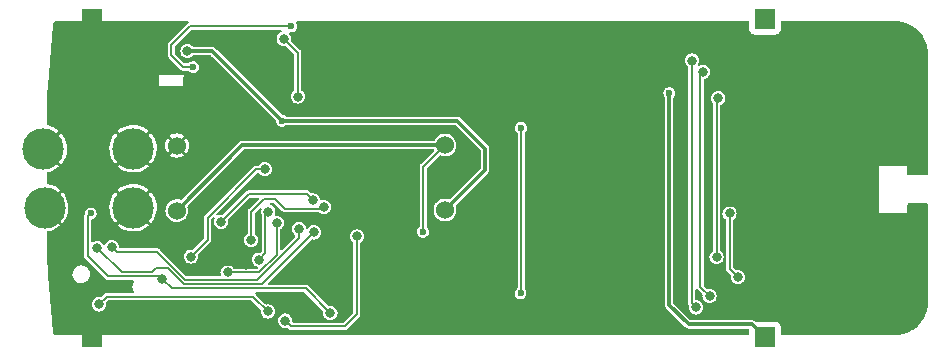
<source format=gbr>
%TF.GenerationSoftware,KiCad,Pcbnew,(6.0.0)*%
%TF.CreationDate,2022-01-24T21:03:07-07:00*%
%TF.ProjectId,SolarGPS,536f6c61-7247-4505-932e-6b696361645f,rev?*%
%TF.SameCoordinates,Original*%
%TF.FileFunction,Copper,L2,Bot*%
%TF.FilePolarity,Positive*%
%FSLAX46Y46*%
G04 Gerber Fmt 4.6, Leading zero omitted, Abs format (unit mm)*
G04 Created by KiCad (PCBNEW (6.0.0)) date 2022-01-24 21:03:07*
%MOMM*%
%LPD*%
G01*
G04 APERTURE LIST*
%TA.AperFunction,ComponentPad*%
%ADD10R,1.700000X1.700000*%
%TD*%
%TA.AperFunction,ComponentPad*%
%ADD11C,3.500000*%
%TD*%
%TA.AperFunction,ComponentPad*%
%ADD12C,1.524000*%
%TD*%
%TA.AperFunction,ViaPad*%
%ADD13C,0.800000*%
%TD*%
%TA.AperFunction,ViaPad*%
%ADD14C,0.600000*%
%TD*%
%TA.AperFunction,Conductor*%
%ADD15C,0.200000*%
%TD*%
%TA.AperFunction,Conductor*%
%ADD16C,0.300000*%
%TD*%
G04 APERTURE END LIST*
D10*
%TO.P,J2,1,Pin_1*%
%TO.N,Net-(D3-Pad2)*%
X110000000Y-50000000D03*
%TD*%
%TO.P,J5,1,Pin_1*%
%TO.N,Net-(D1-Pad2)*%
X110000000Y-77000000D03*
%TD*%
%TO.P,J6,1,Pin_1*%
%TO.N,GND*%
X53000000Y-77000000D03*
%TD*%
D11*
%TO.P,J7,1,Pin_1*%
%TO.N,GND*%
X48900000Y-61000000D03*
X56500000Y-66000000D03*
X49000000Y-66000000D03*
X56500000Y-61000000D03*
%TD*%
D10*
%TO.P,J3,1,Pin_1*%
%TO.N,GND*%
X53000000Y-50000000D03*
%TD*%
D12*
%TO.P,C17,1*%
%TO.N,VBATMID*%
X60200000Y-66250000D03*
%TO.P,C17,2*%
%TO.N,GND*%
X60200000Y-60750000D03*
%TD*%
%TO.P,C14,1*%
%TO.N,VBAT*%
X82900000Y-66200000D03*
%TO.P,C14,2*%
%TO.N,VBATMID*%
X82900000Y-60700000D03*
%TD*%
D13*
%TO.N,VDD*%
X75450000Y-68450000D03*
X69375000Y-75575000D03*
%TO.N,GND*%
X62050000Y-74800000D03*
X94200000Y-74400000D03*
X98950000Y-74200000D03*
X92650000Y-69650000D03*
X100250000Y-69850000D03*
X114650000Y-71850000D03*
X120400000Y-57800000D03*
X116700000Y-62450000D03*
X111600000Y-62800000D03*
X112050000Y-64500000D03*
X108800000Y-66850000D03*
X106600000Y-74150000D03*
X108700000Y-74100000D03*
X114400000Y-69150000D03*
X123150000Y-67400000D03*
X121800000Y-67450000D03*
X120200000Y-67450000D03*
X118800000Y-67450000D03*
X118750000Y-66300000D03*
X118750000Y-65200000D03*
X118700000Y-63750000D03*
X118700000Y-62600000D03*
X120550000Y-61400000D03*
X123350000Y-61450000D03*
X123300000Y-60200000D03*
X123250000Y-59050000D03*
X121650000Y-59050000D03*
X100400000Y-57850000D03*
X99700000Y-51450000D03*
X90600000Y-51550000D03*
X81600000Y-51550000D03*
X79350000Y-57550000D03*
X78800000Y-61750000D03*
X87750000Y-60650000D03*
X87500000Y-64650000D03*
X82650000Y-64000000D03*
X76850000Y-65050000D03*
X87350000Y-72300000D03*
X77900000Y-72500000D03*
X77500000Y-69800000D03*
X64050000Y-60250000D03*
X67200000Y-54050000D03*
X77050000Y-51600000D03*
X73750000Y-57600000D03*
X66150000Y-57150000D03*
X67900000Y-58900000D03*
X61650000Y-57900000D03*
X55200000Y-54350000D03*
X63000000Y-54950000D03*
X57950000Y-50900000D03*
X55050000Y-52800000D03*
X52450000Y-53150000D03*
X51500000Y-55850000D03*
X53000000Y-59050000D03*
X58700000Y-75200000D03*
X60000000Y-76250000D03*
X56150000Y-75800000D03*
X66100000Y-70852467D03*
X65450000Y-67050000D03*
D14*
%TO.N,SOLAR+*%
X69900000Y-50650000D03*
X61600000Y-54100000D03*
D13*
%TO.N,VBAT*%
X61100000Y-52750000D03*
%TO.N,VSTOR*%
X69250000Y-51700000D03*
X70450000Y-56600000D03*
D14*
%TO.N,VBAT*%
X69100000Y-58650000D03*
%TO.N,SOLAR_SENSE1*%
X89300000Y-73250000D03*
X89350000Y-59250000D03*
%TO.N,VBATMID*%
X81050000Y-68050000D03*
D13*
%TO.N,VDD*%
X67650000Y-62750000D03*
X61400000Y-70150000D03*
D14*
%TO.N,LED*%
X52900000Y-66500000D03*
%TO.N,Net-(D1-Pad2)*%
X101900000Y-56300000D03*
D13*
%TO.N,VBAT*%
X107700000Y-71900000D03*
X107000000Y-66500000D03*
%TO.N,GPS_EXINT*%
X106050000Y-56750000D03*
X105900000Y-70200000D03*
%TO.N,RESET*%
X67900000Y-74800000D03*
X53600000Y-74200000D03*
%TO.N,GPS_UART_MISO*%
X104150000Y-74450000D03*
X103800000Y-53550000D03*
%TO.N,GPS_UART_MOSI*%
X104750000Y-54500000D03*
X105308388Y-73510500D03*
%TO.N,LED*%
X73200000Y-74950000D03*
X58919547Y-72015105D03*
%TO.N,EXTCOMIN*%
X70550000Y-67800000D03*
X54700000Y-69350000D03*
%TO.N,/SWDIO*%
X53450000Y-69400000D03*
X71800000Y-68100000D03*
%TO.N,LIS_CS*%
X66500000Y-68750000D03*
X72650000Y-65950000D03*
%TO.N,LIS_INT*%
X63950000Y-67200000D03*
X71750000Y-65400000D03*
%TO.N,SPI_CLK*%
X68650000Y-67300000D03*
X64500000Y-71491967D03*
%TO.N,SPI_MOSI*%
X67950000Y-66350000D03*
X67150000Y-70400000D03*
%TD*%
D15*
%TO.N,EXTCOMIN*%
X70550000Y-68580141D02*
X70550000Y-67800000D01*
X66998674Y-72131467D02*
X70550000Y-68580141D01*
X58530142Y-69750000D02*
X60911609Y-72131467D01*
X60911609Y-72131467D02*
X66998674Y-72131467D01*
X54700000Y-69350000D02*
X55100000Y-69750000D01*
X55100000Y-69750000D02*
X58530142Y-69750000D01*
%TO.N,/SWDIO*%
X55528821Y-71478821D02*
X53450000Y-69400000D01*
X58121179Y-71478821D02*
X55528821Y-71478821D01*
X58450000Y-71150000D02*
X58121179Y-71478821D01*
X59450000Y-71150000D02*
X58450000Y-71150000D01*
X67429022Y-72470978D02*
X60770978Y-72470978D01*
X60770978Y-72470978D02*
X59450000Y-71150000D01*
X71800000Y-68100000D02*
X67429022Y-72470978D01*
%TO.N,LED*%
X59754442Y-72850000D02*
X58919547Y-72015105D01*
X71100000Y-72850000D02*
X59754442Y-72850000D01*
X73200000Y-74950000D02*
X71100000Y-72850000D01*
X52650000Y-70100000D02*
X54371179Y-71821179D01*
X52650000Y-66750000D02*
X52650000Y-70100000D01*
X54371179Y-71821179D02*
X58725621Y-71821179D01*
X52900000Y-66500000D02*
X52650000Y-66750000D01*
X58725621Y-71821179D02*
X58919547Y-72015105D01*
%TO.N,VDD*%
X75450000Y-75050000D02*
X75450000Y-68450000D01*
X74450000Y-76050000D02*
X75450000Y-75050000D01*
X69850000Y-76050000D02*
X74450000Y-76050000D01*
X69375000Y-75575000D02*
X69850000Y-76050000D01*
%TO.N,RESET*%
X54250000Y-73550000D02*
X66650000Y-73550000D01*
X66650000Y-73550000D02*
X67900000Y-74800000D01*
X53600000Y-74200000D02*
X54250000Y-73550000D01*
%TO.N,SPI_CLK*%
X68650000Y-70000000D02*
X67158033Y-71491967D01*
X68650000Y-67300000D02*
X68650000Y-70000000D01*
X67158033Y-71491967D02*
X64500000Y-71491967D01*
%TO.N,SPI_MOSI*%
X67700000Y-66600000D02*
X67700000Y-69850000D01*
X67950000Y-66350000D02*
X67700000Y-66600000D01*
X67700000Y-69850000D02*
X67150000Y-70400000D01*
%TO.N,SOLAR+*%
X61300000Y-50650000D02*
X69900000Y-50650000D01*
X60350000Y-51600000D02*
X61300000Y-50650000D01*
X60750000Y-54100000D02*
X59750000Y-53100000D01*
X61600000Y-54100000D02*
X60750000Y-54100000D01*
X59750000Y-53100000D02*
X59750000Y-52200000D01*
X59750000Y-52200000D02*
X60350000Y-51600000D01*
D16*
%TO.N,VBAT*%
X63200000Y-52750000D02*
X61100000Y-52750000D01*
X69100000Y-58650000D02*
X63200000Y-52750000D01*
D15*
%TO.N,VSTOR*%
X69250000Y-51700000D02*
X70450000Y-52900000D01*
X70450000Y-52900000D02*
X70450000Y-56600000D01*
D16*
%TO.N,VBAT*%
X83950000Y-58650000D02*
X69100000Y-58650000D01*
X86300000Y-61000000D02*
X84550000Y-59250000D01*
X84550000Y-59250000D02*
X83950000Y-58650000D01*
X86300000Y-62800000D02*
X86300000Y-61000000D01*
X82900000Y-66200000D02*
X86300000Y-62800000D01*
D15*
%TO.N,VBATMID*%
X81050000Y-62550000D02*
X81050000Y-68050000D01*
X82900000Y-60700000D02*
X81050000Y-62550000D01*
%TO.N,SOLAR_SENSE1*%
X89350000Y-73200000D02*
X89300000Y-73250000D01*
X89350000Y-59250000D02*
X89350000Y-73200000D01*
D16*
%TO.N,VBATMID*%
X60200000Y-66250000D02*
X65750000Y-60700000D01*
X65750000Y-60700000D02*
X82900000Y-60700000D01*
D15*
%TO.N,VDD*%
X66900000Y-62750000D02*
X67650000Y-62750000D01*
X62800000Y-66850000D02*
X66900000Y-62750000D01*
X61400000Y-70150000D02*
X62800000Y-68750000D01*
X62800000Y-68750000D02*
X62800000Y-66850000D01*
%TO.N,GPS_UART_MISO*%
X103800000Y-74100000D02*
X104150000Y-74450000D01*
X103800000Y-53550000D02*
X103800000Y-74100000D01*
D16*
%TO.N,Net-(D1-Pad2)*%
X108900000Y-75900000D02*
X109825480Y-76825480D01*
X103550000Y-75900000D02*
X108900000Y-75900000D01*
X101900000Y-56300000D02*
X101900000Y-74250000D01*
X101900000Y-74250000D02*
X103550000Y-75900000D01*
D15*
%TO.N,GPS_UART_MOSI*%
X104500000Y-72702112D02*
X105308388Y-73510500D01*
X104500000Y-54750000D02*
X104500000Y-72702112D01*
X104750000Y-54500000D02*
X104500000Y-54750000D01*
%TO.N,VBAT*%
X107000000Y-71200000D02*
X107700000Y-71900000D01*
X107000000Y-66500000D02*
X107000000Y-71200000D01*
%TO.N,GPS_EXINT*%
X105900000Y-56900000D02*
X106050000Y-56750000D01*
X105900000Y-70200000D02*
X105900000Y-56900000D01*
%TO.N,LIS_INT*%
X66300000Y-64850000D02*
X63950000Y-67200000D01*
X71200000Y-64850000D02*
X66300000Y-64850000D01*
X71750000Y-65400000D02*
X71200000Y-64850000D01*
%TO.N,LIS_CS*%
X66500000Y-66350000D02*
X66500000Y-68750000D01*
X68550000Y-65300000D02*
X67550000Y-65300000D01*
X69350000Y-66100000D02*
X68550000Y-65300000D01*
X67550000Y-65300000D02*
X66500000Y-66350000D01*
X72650000Y-65950000D02*
X72500000Y-66100000D01*
X72500000Y-66100000D02*
X69350000Y-66100000D01*
%TD*%
%TA.AperFunction,Conductor*%
%TO.N,GND*%
G36*
X61163022Y-50218907D02*
G01*
X61198986Y-50268407D01*
X61198986Y-50329593D01*
X61163022Y-50379093D01*
X61143914Y-50389959D01*
X61129937Y-50395964D01*
X61125051Y-50399978D01*
X61120687Y-50404342D01*
X61102632Y-50418613D01*
X61094652Y-50423532D01*
X61076982Y-50446769D01*
X61068190Y-50456839D01*
X59575349Y-51949680D01*
X59572220Y-51952380D01*
X59567731Y-51954575D01*
X59561513Y-51961278D01*
X59534107Y-51990822D01*
X59531531Y-51993498D01*
X59517752Y-52007277D01*
X59515207Y-52010987D01*
X59511771Y-52014900D01*
X59491599Y-52036646D01*
X59488212Y-52045134D01*
X59488212Y-52045135D01*
X59487334Y-52047336D01*
X59477020Y-52066652D01*
X59475679Y-52068607D01*
X59475678Y-52068610D01*
X59470508Y-52076146D01*
X59468398Y-52085038D01*
X59464359Y-52102058D01*
X59459986Y-52115884D01*
X59452706Y-52134132D01*
X59450117Y-52140622D01*
X59449500Y-52146915D01*
X59449500Y-52153084D01*
X59446825Y-52175943D01*
X59444660Y-52185066D01*
X59448596Y-52213987D01*
X59449500Y-52227337D01*
X59449500Y-53046492D01*
X59449197Y-53050617D01*
X59447575Y-53055342D01*
X59447918Y-53064476D01*
X59449430Y-53104761D01*
X59449500Y-53108474D01*
X59449500Y-53127948D01*
X59450325Y-53132378D01*
X59450661Y-53137571D01*
X59451774Y-53167208D01*
X59455380Y-53175602D01*
X59455381Y-53175605D01*
X59456317Y-53177783D01*
X59462683Y-53198734D01*
X59464791Y-53210053D01*
X59469588Y-53217835D01*
X59478768Y-53232728D01*
X59485451Y-53245595D01*
X59495964Y-53270063D01*
X59499978Y-53274949D01*
X59504342Y-53279313D01*
X59518613Y-53297368D01*
X59523532Y-53305348D01*
X59546769Y-53323018D01*
X59556839Y-53331810D01*
X60499680Y-54274651D01*
X60502380Y-54277780D01*
X60504575Y-54282269D01*
X60511278Y-54288487D01*
X60540822Y-54315893D01*
X60543498Y-54318469D01*
X60557277Y-54332248D01*
X60560987Y-54334793D01*
X60564900Y-54338229D01*
X60586646Y-54358401D01*
X60595132Y-54361787D01*
X60595134Y-54361788D01*
X60597337Y-54362667D01*
X60616648Y-54372978D01*
X60618607Y-54374322D01*
X60618610Y-54374323D01*
X60626146Y-54379493D01*
X60635038Y-54381603D01*
X60635040Y-54381604D01*
X60652066Y-54385644D01*
X60665885Y-54390014D01*
X60690622Y-54399883D01*
X60696915Y-54400500D01*
X60703085Y-54400500D01*
X60725941Y-54403175D01*
X60735066Y-54405340D01*
X60763988Y-54401404D01*
X60777337Y-54400500D01*
X61152597Y-54400500D01*
X61210788Y-54419407D01*
X61228380Y-54435798D01*
X61258431Y-54471549D01*
X61258434Y-54471551D01*
X61262970Y-54476948D01*
X61268841Y-54480856D01*
X61268842Y-54480857D01*
X61281143Y-54489045D01*
X61382313Y-54556390D01*
X61482920Y-54587821D01*
X61512425Y-54597039D01*
X61512426Y-54597039D01*
X61519157Y-54599142D01*
X61590828Y-54600456D01*
X61655445Y-54601641D01*
X61655447Y-54601641D01*
X61662499Y-54601770D01*
X61669302Y-54599915D01*
X61669304Y-54599915D01*
X61744503Y-54579413D01*
X61800817Y-54564060D01*
X61922991Y-54489045D01*
X61930403Y-54480857D01*
X62014468Y-54387982D01*
X62019200Y-54382754D01*
X62081710Y-54253733D01*
X62091229Y-54197159D01*
X62104862Y-54116124D01*
X62104862Y-54116120D01*
X62105496Y-54112354D01*
X62105647Y-54100000D01*
X62085323Y-53958082D01*
X62025984Y-53827572D01*
X61932400Y-53718963D01*
X61812095Y-53640985D01*
X61674739Y-53599907D01*
X61591497Y-53599398D01*
X61538427Y-53599074D01*
X61538426Y-53599074D01*
X61531376Y-53599031D01*
X61524599Y-53600968D01*
X61524598Y-53600968D01*
X61400309Y-53636490D01*
X61400307Y-53636491D01*
X61393529Y-53638428D01*
X61272280Y-53714930D01*
X61267613Y-53720214D01*
X61267611Y-53720216D01*
X61227147Y-53766034D01*
X61174455Y-53797134D01*
X61152943Y-53799500D01*
X60915480Y-53799500D01*
X60857289Y-53780593D01*
X60845476Y-53770504D01*
X60079496Y-53004525D01*
X60051719Y-52950008D01*
X60050500Y-52934521D01*
X60050500Y-52750000D01*
X60494318Y-52750000D01*
X60514956Y-52906762D01*
X60575464Y-53052841D01*
X60671718Y-53178282D01*
X60797159Y-53274536D01*
X60943238Y-53335044D01*
X61100000Y-53355682D01*
X61256762Y-53335044D01*
X61402841Y-53274536D01*
X61528282Y-53178282D01*
X61558246Y-53139233D01*
X61608669Y-53104577D01*
X61636787Y-53100500D01*
X63013810Y-53100500D01*
X63072001Y-53119407D01*
X63083814Y-53129496D01*
X68570031Y-58615713D01*
X68598191Y-58672880D01*
X68612980Y-58785979D01*
X68615821Y-58792435D01*
X68615821Y-58792436D01*
X68647806Y-58865126D01*
X68670720Y-58917203D01*
X68684525Y-58933626D01*
X68758431Y-59021549D01*
X68758434Y-59021551D01*
X68762970Y-59026948D01*
X68882313Y-59106390D01*
X68982920Y-59137821D01*
X69012425Y-59147039D01*
X69012426Y-59147039D01*
X69019157Y-59149142D01*
X69090828Y-59150456D01*
X69155445Y-59151641D01*
X69155447Y-59151641D01*
X69162499Y-59151770D01*
X69169302Y-59149915D01*
X69169304Y-59149915D01*
X69244503Y-59129413D01*
X69300817Y-59114060D01*
X69422991Y-59039045D01*
X69427723Y-59033817D01*
X69427728Y-59033813D01*
X69428407Y-59033062D01*
X69429134Y-59032645D01*
X69433151Y-59029310D01*
X69433730Y-59030007D01*
X69481476Y-59002609D01*
X69501803Y-59000500D01*
X83763810Y-59000500D01*
X83822001Y-59019407D01*
X83833814Y-59029496D01*
X85920504Y-61116186D01*
X85948281Y-61170703D01*
X85949500Y-61186190D01*
X85949500Y-62613810D01*
X85930593Y-62672001D01*
X85920504Y-62683814D01*
X83333141Y-65271177D01*
X83278624Y-65298954D01*
X83233865Y-65295746D01*
X83094474Y-65252597D01*
X83082524Y-65251341D01*
X82911568Y-65233373D01*
X82911566Y-65233373D01*
X82906752Y-65232867D01*
X82858689Y-65237241D01*
X82723592Y-65249535D01*
X82723588Y-65249536D01*
X82718773Y-65249974D01*
X82667764Y-65264987D01*
X82542344Y-65301900D01*
X82542341Y-65301901D01*
X82537697Y-65303268D01*
X82533403Y-65305513D01*
X82374717Y-65388471D01*
X82374713Y-65388474D01*
X82370420Y-65390718D01*
X82366644Y-65393754D01*
X82366641Y-65393756D01*
X82305526Y-65442894D01*
X82223316Y-65508993D01*
X82220207Y-65512698D01*
X82220204Y-65512701D01*
X82105103Y-65649873D01*
X82101986Y-65653588D01*
X82099650Y-65657836D01*
X82099650Y-65657837D01*
X82081016Y-65691732D01*
X82011052Y-65818996D01*
X81953978Y-65998917D01*
X81947894Y-66053154D01*
X81934836Y-66169571D01*
X81932937Y-66186496D01*
X81938005Y-66246846D01*
X81947842Y-66363987D01*
X81948732Y-66374590D01*
X81950065Y-66379238D01*
X81950065Y-66379239D01*
X81995662Y-66538254D01*
X82000760Y-66556034D01*
X82002975Y-66560344D01*
X82084827Y-66719612D01*
X82084830Y-66719616D01*
X82087040Y-66723917D01*
X82204285Y-66871844D01*
X82207972Y-66874982D01*
X82207974Y-66874984D01*
X82344342Y-66991042D01*
X82344347Y-66991045D01*
X82348030Y-66994180D01*
X82352253Y-66996540D01*
X82352257Y-66996543D01*
X82472274Y-67063618D01*
X82512800Y-67086267D01*
X82553592Y-67099521D01*
X82687718Y-67143101D01*
X82687721Y-67143102D01*
X82692317Y-67144595D01*
X82697113Y-67145167D01*
X82697118Y-67145168D01*
X82786031Y-67155770D01*
X82879745Y-67166945D01*
X82884567Y-67166574D01*
X82884570Y-67166574D01*
X82946278Y-67161826D01*
X83067945Y-67152464D01*
X83249748Y-67101703D01*
X83418229Y-67016598D01*
X83566970Y-66900388D01*
X83570132Y-66896725D01*
X83570137Y-66896720D01*
X83656386Y-66796799D01*
X83690307Y-66757501D01*
X83697908Y-66744122D01*
X83781153Y-66597584D01*
X83781154Y-66597581D01*
X83783542Y-66593378D01*
X83785782Y-66586646D01*
X83841596Y-66418863D01*
X83841596Y-66418861D01*
X83843123Y-66414272D01*
X83843840Y-66408601D01*
X83860464Y-66277005D01*
X83866780Y-66227005D01*
X83866845Y-66222388D01*
X83867051Y-66207570D01*
X83867157Y-66200000D01*
X83854579Y-66071718D01*
X83849210Y-66016955D01*
X83849209Y-66016951D01*
X83848738Y-66012145D01*
X83804362Y-65865166D01*
X83805644Y-65803996D01*
X83829133Y-65766549D01*
X86513937Y-63081745D01*
X86530240Y-63068580D01*
X86532274Y-63067267D01*
X86532278Y-63067264D01*
X86539152Y-63062825D01*
X86558985Y-63037668D01*
X86562899Y-63033263D01*
X86562898Y-63033262D01*
X86565551Y-63030131D01*
X86568428Y-63027254D01*
X86579044Y-63012399D01*
X86581835Y-63008681D01*
X86583313Y-63006807D01*
X86611392Y-62971189D01*
X86613958Y-62963882D01*
X86614605Y-62962637D01*
X86619111Y-62956331D01*
X86632792Y-62910585D01*
X86634233Y-62906149D01*
X86647993Y-62866967D01*
X86647994Y-62866964D01*
X86650055Y-62861094D01*
X86650500Y-62855956D01*
X86650500Y-62853818D01*
X86650574Y-62852099D01*
X86650689Y-62850738D01*
X86652544Y-62844536D01*
X86650576Y-62794446D01*
X86650500Y-62790559D01*
X86650500Y-61047953D01*
X86652718Y-61027115D01*
X86653230Y-61024739D01*
X86653230Y-61024738D01*
X86654952Y-61016740D01*
X86651186Y-60984923D01*
X86650839Y-60979043D01*
X86650837Y-60979043D01*
X86650500Y-60974967D01*
X86650500Y-60970885D01*
X86647505Y-60952892D01*
X86646850Y-60948290D01*
X86644463Y-60928130D01*
X86641236Y-60900862D01*
X86637882Y-60893877D01*
X86637461Y-60892546D01*
X86636188Y-60884897D01*
X86613495Y-60842840D01*
X86611395Y-60838717D01*
X86593420Y-60801283D01*
X86593418Y-60801279D01*
X86590726Y-60795674D01*
X86587408Y-60791726D01*
X86585900Y-60790218D01*
X86584718Y-60788929D01*
X86583852Y-60787903D01*
X86580778Y-60782206D01*
X86574773Y-60776655D01*
X86574769Y-60776650D01*
X86543982Y-60748191D01*
X86541179Y-60745497D01*
X84231745Y-58436063D01*
X84218580Y-58419760D01*
X84217267Y-58417726D01*
X84217264Y-58417722D01*
X84212825Y-58410848D01*
X84187668Y-58391015D01*
X84183263Y-58387101D01*
X84183262Y-58387102D01*
X84180131Y-58384449D01*
X84177254Y-58381572D01*
X84162399Y-58370956D01*
X84158681Y-58368165D01*
X84127614Y-58343673D01*
X84127613Y-58343673D01*
X84121189Y-58338608D01*
X84113882Y-58336042D01*
X84112637Y-58335395D01*
X84106331Y-58330889D01*
X84074542Y-58321382D01*
X84060585Y-58317208D01*
X84056149Y-58315767D01*
X84016967Y-58302007D01*
X84016964Y-58302006D01*
X84011094Y-58299945D01*
X84005956Y-58299500D01*
X84003818Y-58299500D01*
X84002099Y-58299426D01*
X84000738Y-58299311D01*
X83994536Y-58297456D01*
X83986365Y-58297777D01*
X83944446Y-58299424D01*
X83940559Y-58299500D01*
X69502997Y-58299500D01*
X69444806Y-58280593D01*
X69437917Y-58275103D01*
X69437006Y-58274308D01*
X69432400Y-58268963D01*
X69312095Y-58190985D01*
X69174739Y-58149907D01*
X69135756Y-58149669D01*
X69077682Y-58130407D01*
X69066357Y-58120675D01*
X63481745Y-52536063D01*
X63468580Y-52519760D01*
X63467267Y-52517726D01*
X63467264Y-52517722D01*
X63462825Y-52510848D01*
X63437668Y-52491015D01*
X63433263Y-52487101D01*
X63433262Y-52487102D01*
X63430131Y-52484449D01*
X63427254Y-52481572D01*
X63412399Y-52470956D01*
X63408681Y-52468165D01*
X63377614Y-52443673D01*
X63377613Y-52443673D01*
X63371189Y-52438608D01*
X63363882Y-52436042D01*
X63362637Y-52435395D01*
X63356331Y-52430889D01*
X63324542Y-52421382D01*
X63310585Y-52417208D01*
X63306149Y-52415767D01*
X63266967Y-52402007D01*
X63266964Y-52402006D01*
X63261094Y-52399945D01*
X63255956Y-52399500D01*
X63253818Y-52399500D01*
X63252099Y-52399426D01*
X63250738Y-52399311D01*
X63244536Y-52397456D01*
X63236365Y-52397777D01*
X63194446Y-52399424D01*
X63190559Y-52399500D01*
X61636787Y-52399500D01*
X61578596Y-52380593D01*
X61558245Y-52360767D01*
X61532236Y-52326871D01*
X61528282Y-52321718D01*
X61402841Y-52225464D01*
X61256762Y-52164956D01*
X61100000Y-52144318D01*
X60943238Y-52164956D01*
X60797159Y-52225464D01*
X60671718Y-52321718D01*
X60575464Y-52447159D01*
X60514956Y-52593238D01*
X60494318Y-52750000D01*
X60050500Y-52750000D01*
X60050500Y-52365479D01*
X60069407Y-52307288D01*
X60079496Y-52295475D01*
X61395475Y-50979496D01*
X61449992Y-50951719D01*
X61465479Y-50950500D01*
X68992563Y-50950500D01*
X69050754Y-50969407D01*
X69086718Y-51018907D01*
X69086718Y-51080093D01*
X69050754Y-51129593D01*
X69030449Y-51140964D01*
X69015785Y-51147038D01*
X68947159Y-51175464D01*
X68821718Y-51271718D01*
X68725464Y-51397159D01*
X68664956Y-51543238D01*
X68644318Y-51700000D01*
X68664956Y-51856762D01*
X68725464Y-52002841D01*
X68821718Y-52128282D01*
X68947159Y-52224536D01*
X69093238Y-52285044D01*
X69250000Y-52305682D01*
X69361284Y-52291031D01*
X69421443Y-52302181D01*
X69444209Y-52319180D01*
X70120504Y-52995476D01*
X70148281Y-53049993D01*
X70149500Y-53065480D01*
X70149500Y-56024846D01*
X70130593Y-56083037D01*
X70110769Y-56103387D01*
X70021718Y-56171718D01*
X69925464Y-56297159D01*
X69864956Y-56443238D01*
X69844318Y-56600000D01*
X69864956Y-56756762D01*
X69925464Y-56902841D01*
X70021718Y-57028282D01*
X70147159Y-57124536D01*
X70293238Y-57185044D01*
X70450000Y-57205682D01*
X70606762Y-57185044D01*
X70752841Y-57124536D01*
X70878282Y-57028282D01*
X70974536Y-56902841D01*
X71035044Y-56756762D01*
X71055682Y-56600000D01*
X71035044Y-56443238D01*
X70974536Y-56297159D01*
X70878282Y-56171718D01*
X70789232Y-56103387D01*
X70754577Y-56052963D01*
X70750500Y-56024846D01*
X70750500Y-53550000D01*
X103194318Y-53550000D01*
X103214956Y-53706762D01*
X103275464Y-53852841D01*
X103371718Y-53978282D01*
X103460768Y-54046612D01*
X103495423Y-54097037D01*
X103499500Y-54125154D01*
X103499500Y-74046492D01*
X103499197Y-74050617D01*
X103497575Y-74055342D01*
X103497918Y-74064476D01*
X103499430Y-74104761D01*
X103499500Y-74108474D01*
X103499500Y-74127948D01*
X103500325Y-74132378D01*
X103500661Y-74137571D01*
X103501774Y-74167208D01*
X103505380Y-74175602D01*
X103505381Y-74175605D01*
X103506317Y-74177783D01*
X103512683Y-74198734D01*
X103514791Y-74210053D01*
X103519588Y-74217835D01*
X103528768Y-74232728D01*
X103535451Y-74245595D01*
X103545964Y-74270063D01*
X103546665Y-74270916D01*
X103559738Y-74332875D01*
X103544318Y-74450000D01*
X103545165Y-74456434D01*
X103545834Y-74461517D01*
X103564956Y-74606762D01*
X103625464Y-74752841D01*
X103721718Y-74878282D01*
X103847159Y-74974536D01*
X103993238Y-75035044D01*
X104150000Y-75055682D01*
X104306762Y-75035044D01*
X104452841Y-74974536D01*
X104578282Y-74878282D01*
X104674536Y-74752841D01*
X104735044Y-74606762D01*
X104754166Y-74461517D01*
X104754835Y-74456434D01*
X104755682Y-74450000D01*
X104735044Y-74293238D01*
X104674536Y-74147159D01*
X104578282Y-74021718D01*
X104452841Y-73925464D01*
X104306762Y-73864956D01*
X104186577Y-73849133D01*
X104131353Y-73822793D01*
X104102158Y-73769023D01*
X104100500Y-73750981D01*
X104100500Y-72970705D01*
X104119407Y-72912514D01*
X104168907Y-72876550D01*
X104230093Y-72876550D01*
X104270654Y-72902791D01*
X104273532Y-72907460D01*
X104296769Y-72925130D01*
X104306839Y-72933922D01*
X104689208Y-73316291D01*
X104716985Y-73370808D01*
X104717357Y-73399214D01*
X104702706Y-73510500D01*
X104723344Y-73667262D01*
X104783852Y-73813341D01*
X104880106Y-73938782D01*
X105005547Y-74035036D01*
X105151626Y-74095544D01*
X105308388Y-74116182D01*
X105465150Y-74095544D01*
X105611229Y-74035036D01*
X105736670Y-73938782D01*
X105832924Y-73813341D01*
X105893432Y-73667262D01*
X105914070Y-73510500D01*
X105893432Y-73353738D01*
X105832924Y-73207659D01*
X105736670Y-73082218D01*
X105611229Y-72985964D01*
X105465150Y-72925456D01*
X105308388Y-72904818D01*
X105197104Y-72919469D01*
X105136945Y-72908319D01*
X105114179Y-72891320D01*
X104829496Y-72606637D01*
X104801719Y-72552120D01*
X104800500Y-72536633D01*
X104800500Y-70200000D01*
X105294318Y-70200000D01*
X105314956Y-70356762D01*
X105375464Y-70502841D01*
X105471718Y-70628282D01*
X105597159Y-70724536D01*
X105743238Y-70785044D01*
X105900000Y-70805682D01*
X106056762Y-70785044D01*
X106202841Y-70724536D01*
X106328282Y-70628282D01*
X106424536Y-70502841D01*
X106485044Y-70356762D01*
X106502347Y-70225332D01*
X106513353Y-70202257D01*
X106502347Y-70174668D01*
X106493389Y-70106626D01*
X106485044Y-70043238D01*
X106424536Y-69897159D01*
X106328282Y-69771718D01*
X106239232Y-69703387D01*
X106204577Y-69652963D01*
X106200500Y-69624846D01*
X106200500Y-66538254D01*
X106211406Y-66504689D01*
X106209642Y-66497743D01*
X106386647Y-66497743D01*
X106397653Y-66525332D01*
X106414956Y-66656762D01*
X106417440Y-66662759D01*
X106418734Y-66665884D01*
X106475464Y-66802841D01*
X106571718Y-66928282D01*
X106660678Y-66996543D01*
X106660768Y-66996612D01*
X106695423Y-67047037D01*
X106699500Y-67075154D01*
X106699500Y-70161746D01*
X106688594Y-70195311D01*
X106699500Y-70238254D01*
X106699500Y-71146492D01*
X106699197Y-71150617D01*
X106697575Y-71155342D01*
X106699259Y-71200207D01*
X106699430Y-71204761D01*
X106699500Y-71208474D01*
X106699500Y-71227948D01*
X106700325Y-71232378D01*
X106700661Y-71237571D01*
X106701774Y-71267208D01*
X106705380Y-71275602D01*
X106705381Y-71275605D01*
X106706317Y-71277783D01*
X106712683Y-71298734D01*
X106714791Y-71310053D01*
X106719588Y-71317835D01*
X106728768Y-71332728D01*
X106735451Y-71345595D01*
X106745964Y-71370063D01*
X106749978Y-71374949D01*
X106754342Y-71379313D01*
X106768613Y-71397368D01*
X106773532Y-71405348D01*
X106796769Y-71423018D01*
X106806839Y-71431810D01*
X107080820Y-71705791D01*
X107108597Y-71760308D01*
X107108969Y-71788714D01*
X107094318Y-71900000D01*
X107114956Y-72056762D01*
X107175464Y-72202841D01*
X107271718Y-72328282D01*
X107397159Y-72424536D01*
X107543238Y-72485044D01*
X107700000Y-72505682D01*
X107856762Y-72485044D01*
X108002841Y-72424536D01*
X108128282Y-72328282D01*
X108224536Y-72202841D01*
X108285044Y-72056762D01*
X108305682Y-71900000D01*
X108285044Y-71743238D01*
X108224536Y-71597159D01*
X108128282Y-71471718D01*
X108002841Y-71375464D01*
X107856762Y-71314956D01*
X107700000Y-71294318D01*
X107588716Y-71308969D01*
X107528557Y-71297819D01*
X107505791Y-71280820D01*
X107329496Y-71104525D01*
X107301719Y-71050008D01*
X107300500Y-71034521D01*
X107300500Y-67075154D01*
X107319407Y-67016963D01*
X107339232Y-66996612D01*
X107339322Y-66996543D01*
X107428282Y-66928282D01*
X107524536Y-66802841D01*
X107581266Y-66665884D01*
X107582560Y-66662759D01*
X107585044Y-66656762D01*
X107605682Y-66500000D01*
X107585044Y-66343238D01*
X107524536Y-66197159D01*
X107428282Y-66071718D01*
X107302841Y-65975464D01*
X107156762Y-65914956D01*
X107000000Y-65894318D01*
X106843238Y-65914956D01*
X106697159Y-65975464D01*
X106571718Y-66071718D01*
X106475464Y-66197159D01*
X106414956Y-66343238D01*
X106406780Y-66405340D01*
X106397653Y-66474668D01*
X106386647Y-66497743D01*
X106209642Y-66497743D01*
X106200500Y-66461746D01*
X106200500Y-57403788D01*
X106219407Y-57345597D01*
X106261614Y-57312324D01*
X106320492Y-57287935D01*
X106352841Y-57274536D01*
X106478282Y-57178282D01*
X106574536Y-57052841D01*
X106635044Y-56906762D01*
X106655682Y-56750000D01*
X106635044Y-56593238D01*
X106574536Y-56447159D01*
X106478282Y-56321718D01*
X106352841Y-56225464D01*
X106206762Y-56164956D01*
X106050000Y-56144318D01*
X105893238Y-56164956D01*
X105747159Y-56225464D01*
X105621718Y-56321718D01*
X105525464Y-56447159D01*
X105464956Y-56593238D01*
X105444318Y-56750000D01*
X105464956Y-56906762D01*
X105525464Y-57052841D01*
X105529415Y-57057990D01*
X105579042Y-57122666D01*
X105599500Y-57182933D01*
X105599500Y-69624846D01*
X105580593Y-69683037D01*
X105560769Y-69703387D01*
X105471718Y-69771718D01*
X105375464Y-69897159D01*
X105314956Y-70043238D01*
X105294318Y-70200000D01*
X104800500Y-70200000D01*
X104800500Y-55185854D01*
X104819407Y-55127663D01*
X104868907Y-55091699D01*
X104886577Y-55087701D01*
X104906762Y-55085044D01*
X105052841Y-55024536D01*
X105178282Y-54928282D01*
X105274536Y-54802841D01*
X105335044Y-54656762D01*
X105355682Y-54500000D01*
X105335044Y-54343238D01*
X105274536Y-54197159D01*
X105178282Y-54071718D01*
X105052841Y-53975464D01*
X104906762Y-53914956D01*
X104750000Y-53894318D01*
X104593238Y-53914956D01*
X104587241Y-53917440D01*
X104458643Y-53970707D01*
X104397646Y-53975508D01*
X104345477Y-53943538D01*
X104322062Y-53887010D01*
X104329293Y-53841357D01*
X104382560Y-53712759D01*
X104385044Y-53706762D01*
X104405682Y-53550000D01*
X104385044Y-53393238D01*
X104324536Y-53247159D01*
X104228282Y-53121718D01*
X104102841Y-53025464D01*
X103956762Y-52964956D01*
X103800000Y-52944318D01*
X103643238Y-52964956D01*
X103497159Y-53025464D01*
X103371718Y-53121718D01*
X103275464Y-53247159D01*
X103214956Y-53393238D01*
X103194318Y-53550000D01*
X70750500Y-53550000D01*
X70750500Y-52953508D01*
X70750803Y-52949383D01*
X70752425Y-52944658D01*
X70750570Y-52895238D01*
X70750500Y-52891525D01*
X70750500Y-52872052D01*
X70749675Y-52867622D01*
X70749338Y-52862417D01*
X70748569Y-52841926D01*
X70748226Y-52832791D01*
X70743681Y-52822212D01*
X70737317Y-52801263D01*
X70736884Y-52798936D01*
X70736882Y-52798931D01*
X70735209Y-52789947D01*
X70721232Y-52767271D01*
X70714548Y-52754404D01*
X70706795Y-52736358D01*
X70706794Y-52736357D01*
X70704036Y-52729937D01*
X70700022Y-52725051D01*
X70695658Y-52720687D01*
X70681387Y-52702632D01*
X70681264Y-52702433D01*
X70676468Y-52694652D01*
X70653231Y-52676982D01*
X70643161Y-52668190D01*
X69869180Y-51894209D01*
X69841403Y-51839692D01*
X69841031Y-51811283D01*
X69854835Y-51706433D01*
X69855682Y-51700000D01*
X69835044Y-51543238D01*
X69774536Y-51397159D01*
X69763192Y-51382375D01*
X69700422Y-51300571D01*
X69679998Y-51242895D01*
X69697376Y-51184229D01*
X69745917Y-51146982D01*
X69808488Y-51145809D01*
X69819157Y-51149142D01*
X69890828Y-51150456D01*
X69955445Y-51151641D01*
X69955447Y-51151641D01*
X69962499Y-51151770D01*
X69969302Y-51149915D01*
X69969304Y-51149915D01*
X70091845Y-51116506D01*
X70100817Y-51114060D01*
X70222991Y-51039045D01*
X70236386Y-51024247D01*
X70314468Y-50937982D01*
X70319200Y-50932754D01*
X70381710Y-50803733D01*
X70405496Y-50662354D01*
X70405647Y-50650000D01*
X70385323Y-50508082D01*
X70356793Y-50445334D01*
X70328905Y-50383996D01*
X70328904Y-50383995D01*
X70325984Y-50377572D01*
X70313963Y-50363621D01*
X70290304Y-50307197D01*
X70304328Y-50247641D01*
X70350680Y-50207702D01*
X70388964Y-50200000D01*
X108550501Y-50200000D01*
X108608692Y-50218907D01*
X108644656Y-50268407D01*
X108649501Y-50299000D01*
X108649501Y-50897376D01*
X108649790Y-50900035D01*
X108649790Y-50900038D01*
X108655404Y-50951719D01*
X108656149Y-50958580D01*
X108658330Y-50964397D01*
X108687698Y-51042737D01*
X108706474Y-51092824D01*
X108792454Y-51207546D01*
X108907176Y-51293526D01*
X108913782Y-51296003D01*
X108913785Y-51296004D01*
X108965683Y-51315459D01*
X109041420Y-51343851D01*
X109102623Y-51350500D01*
X109999664Y-51350500D01*
X110897376Y-51350499D01*
X110900035Y-51350210D01*
X110900038Y-51350210D01*
X110952405Y-51344522D01*
X110952407Y-51344522D01*
X110958580Y-51343851D01*
X111017678Y-51321697D01*
X111086215Y-51296004D01*
X111086218Y-51296003D01*
X111092824Y-51293526D01*
X111207546Y-51207546D01*
X111293526Y-51092824D01*
X111312303Y-51042737D01*
X111341670Y-50964397D01*
X111343851Y-50958580D01*
X111350500Y-50897377D01*
X111350500Y-50299000D01*
X111369407Y-50240809D01*
X111418907Y-50204845D01*
X111449500Y-50200000D01*
X120966040Y-50200000D01*
X120988227Y-50202518D01*
X120988778Y-50202645D01*
X120988779Y-50202645D01*
X120999642Y-50205143D01*
X121010515Y-50202683D01*
X121020797Y-50202701D01*
X121031781Y-50201785D01*
X121307954Y-50217295D01*
X121318976Y-50218536D01*
X121506865Y-50250460D01*
X121617572Y-50269270D01*
X121628396Y-50271740D01*
X121675801Y-50285397D01*
X121919445Y-50355590D01*
X121929918Y-50359255D01*
X122209739Y-50475160D01*
X122219736Y-50479974D01*
X122283230Y-50515066D01*
X122484821Y-50626482D01*
X122494221Y-50632388D01*
X122741236Y-50807654D01*
X122749916Y-50814576D01*
X122975753Y-51016396D01*
X122983604Y-51024247D01*
X123179000Y-51242895D01*
X123185424Y-51250084D01*
X123192344Y-51258761D01*
X123251171Y-51341670D01*
X123367612Y-51505779D01*
X123373518Y-51515179D01*
X123479222Y-51706434D01*
X123520023Y-51780258D01*
X123524840Y-51790261D01*
X123640745Y-52070082D01*
X123644410Y-52080555D01*
X123687296Y-52229415D01*
X123728260Y-52371604D01*
X123730730Y-52382428D01*
X123739601Y-52434637D01*
X123780779Y-52676991D01*
X123781463Y-52681019D01*
X123782705Y-52692046D01*
X123796379Y-52935524D01*
X123798186Y-52967701D01*
X123797341Y-52977630D01*
X123797375Y-52977630D01*
X123797355Y-52988777D01*
X123794857Y-52999642D01*
X123797317Y-53010514D01*
X123797317Y-53010516D01*
X123797559Y-53011583D01*
X123800000Y-53033432D01*
X123800000Y-63151000D01*
X123781093Y-63209191D01*
X123731593Y-63245155D01*
X123701000Y-63250000D01*
X122099000Y-63250000D01*
X122040809Y-63231093D01*
X122004845Y-63181593D01*
X122000000Y-63151000D01*
X122000000Y-62450000D01*
X119650000Y-62450000D01*
X119650000Y-66450000D01*
X122050000Y-66450000D01*
X122050000Y-65749000D01*
X122068907Y-65690809D01*
X122118407Y-65654845D01*
X122149000Y-65650000D01*
X123701000Y-65650000D01*
X123759191Y-65668907D01*
X123795155Y-65718407D01*
X123800000Y-65749000D01*
X123800000Y-73966040D01*
X123797482Y-73988227D01*
X123794857Y-73999642D01*
X123797317Y-74010515D01*
X123797299Y-74020797D01*
X123798215Y-74031781D01*
X123783055Y-74301738D01*
X123782706Y-74307949D01*
X123781464Y-74318976D01*
X123763371Y-74425464D01*
X123730730Y-74617572D01*
X123728260Y-74628396D01*
X123722130Y-74649674D01*
X123680676Y-74793566D01*
X123644412Y-74919440D01*
X123640745Y-74929918D01*
X123524840Y-75209739D01*
X123520026Y-75219736D01*
X123435248Y-75373129D01*
X123373518Y-75484821D01*
X123367612Y-75494221D01*
X123328442Y-75549426D01*
X123194221Y-75738594D01*
X123192346Y-75741236D01*
X123185426Y-75749914D01*
X123147410Y-75792454D01*
X122983604Y-75975753D01*
X122975753Y-75983604D01*
X122953733Y-76003282D01*
X122757069Y-76179032D01*
X122749916Y-76185424D01*
X122741239Y-76192344D01*
X122659168Y-76250576D01*
X122494221Y-76367612D01*
X122484821Y-76373518D01*
X122219736Y-76520026D01*
X122209739Y-76524840D01*
X121929918Y-76640745D01*
X121919445Y-76644410D01*
X121757246Y-76691139D01*
X121628396Y-76728260D01*
X121617572Y-76730730D01*
X121612493Y-76731593D01*
X121318976Y-76781464D01*
X121307954Y-76782705D01*
X121032297Y-76798186D01*
X121022370Y-76797341D01*
X121022370Y-76797375D01*
X121011223Y-76797355D01*
X121000358Y-76794857D01*
X120989486Y-76797317D01*
X120989484Y-76797317D01*
X120988417Y-76797559D01*
X120966568Y-76800000D01*
X111449499Y-76800000D01*
X111391308Y-76781093D01*
X111355344Y-76731593D01*
X111350499Y-76701000D01*
X111350499Y-76102624D01*
X111350164Y-76099536D01*
X111344522Y-76047595D01*
X111344522Y-76047593D01*
X111343851Y-76041420D01*
X111293526Y-75907176D01*
X111207546Y-75792454D01*
X111092824Y-75706474D01*
X111086218Y-75703997D01*
X111086215Y-75703996D01*
X111025119Y-75681093D01*
X110958580Y-75656149D01*
X110897377Y-75649500D01*
X110775304Y-75649500D01*
X109184081Y-75649501D01*
X109126523Y-75631049D01*
X109112414Y-75620967D01*
X109108681Y-75618165D01*
X109077614Y-75593673D01*
X109077613Y-75593673D01*
X109071189Y-75588608D01*
X109063882Y-75586042D01*
X109062637Y-75585395D01*
X109056331Y-75580889D01*
X109024542Y-75571382D01*
X109010585Y-75567208D01*
X109006149Y-75565767D01*
X108966967Y-75552007D01*
X108966964Y-75552006D01*
X108961094Y-75549945D01*
X108955956Y-75549500D01*
X108953818Y-75549500D01*
X108952099Y-75549426D01*
X108950738Y-75549311D01*
X108944536Y-75547456D01*
X108936365Y-75547777D01*
X108894446Y-75549424D01*
X108890559Y-75549500D01*
X103736190Y-75549500D01*
X103677999Y-75530593D01*
X103666186Y-75520504D01*
X102279496Y-74133814D01*
X102251719Y-74079297D01*
X102250500Y-74063810D01*
X102250500Y-56696804D01*
X102269407Y-56638613D01*
X102276102Y-56630368D01*
X102314468Y-56587982D01*
X102314468Y-56587981D01*
X102319200Y-56582754D01*
X102381710Y-56453733D01*
X102383683Y-56442010D01*
X102404862Y-56316124D01*
X102404862Y-56316120D01*
X102405496Y-56312354D01*
X102405647Y-56300000D01*
X102385323Y-56158082D01*
X102325984Y-56027572D01*
X102232400Y-55918963D01*
X102112095Y-55840985D01*
X101974739Y-55799907D01*
X101891497Y-55799398D01*
X101838427Y-55799074D01*
X101838426Y-55799074D01*
X101831376Y-55799031D01*
X101824599Y-55800968D01*
X101824598Y-55800968D01*
X101700309Y-55836490D01*
X101700307Y-55836491D01*
X101693529Y-55838428D01*
X101572280Y-55914930D01*
X101567613Y-55920214D01*
X101567611Y-55920216D01*
X101482044Y-56017103D01*
X101482042Y-56017105D01*
X101477377Y-56022388D01*
X101416447Y-56152163D01*
X101415362Y-56159132D01*
X101415361Y-56159135D01*
X101413402Y-56171718D01*
X101394391Y-56293823D01*
X101395306Y-56300820D01*
X101395306Y-56300821D01*
X101412065Y-56428982D01*
X101412980Y-56435979D01*
X101415821Y-56442435D01*
X101415821Y-56442436D01*
X101431152Y-56477277D01*
X101470720Y-56567203D01*
X101498015Y-56599674D01*
X101526283Y-56633303D01*
X101549253Y-56690013D01*
X101549500Y-56697005D01*
X101549500Y-74202052D01*
X101547282Y-74222888D01*
X101545049Y-74233261D01*
X101546011Y-74241386D01*
X101548814Y-74265071D01*
X101549161Y-74270963D01*
X101549164Y-74270963D01*
X101549500Y-74275030D01*
X101549500Y-74279115D01*
X101550170Y-74283141D01*
X101550171Y-74283152D01*
X101552496Y-74297119D01*
X101553152Y-74301726D01*
X101558764Y-74349138D01*
X101562118Y-74356122D01*
X101562539Y-74357454D01*
X101563812Y-74365103D01*
X101586505Y-74407160D01*
X101588605Y-74411283D01*
X101606580Y-74448717D01*
X101606582Y-74448721D01*
X101609274Y-74454326D01*
X101612592Y-74458274D01*
X101614100Y-74459782D01*
X101615282Y-74461071D01*
X101616148Y-74462097D01*
X101619222Y-74467794D01*
X101625227Y-74473345D01*
X101625231Y-74473350D01*
X101656018Y-74501809D01*
X101658821Y-74504503D01*
X103268255Y-76113937D01*
X103281420Y-76130240D01*
X103282733Y-76132274D01*
X103282736Y-76132278D01*
X103287175Y-76139152D01*
X103312332Y-76158985D01*
X103316737Y-76162899D01*
X103316738Y-76162898D01*
X103319869Y-76165551D01*
X103322746Y-76168428D01*
X103337601Y-76179044D01*
X103341312Y-76181830D01*
X103378811Y-76211392D01*
X103386118Y-76213958D01*
X103387364Y-76214605D01*
X103393669Y-76219111D01*
X103439403Y-76232788D01*
X103443839Y-76234229D01*
X103483033Y-76247993D01*
X103483036Y-76247994D01*
X103488906Y-76250055D01*
X103494044Y-76250500D01*
X103496180Y-76250500D01*
X103497919Y-76250575D01*
X103499262Y-76250689D01*
X103505463Y-76252543D01*
X103513638Y-76252222D01*
X103513639Y-76252222D01*
X103555538Y-76250576D01*
X103559424Y-76250500D01*
X108550500Y-76250500D01*
X108608691Y-76269407D01*
X108644655Y-76318907D01*
X108649500Y-76349500D01*
X108649500Y-76701000D01*
X108630593Y-76759191D01*
X108581093Y-76795155D01*
X108550500Y-76800000D01*
X50033130Y-76800000D01*
X50011474Y-76797602D01*
X50010109Y-76797296D01*
X50010106Y-76797296D01*
X49999230Y-76794858D01*
X49988373Y-76797378D01*
X49988002Y-76797379D01*
X49973603Y-76796381D01*
X49926171Y-76789592D01*
X49898256Y-76781267D01*
X49845041Y-76756378D01*
X49820760Y-76740291D01*
X49777091Y-76700989D01*
X49758543Y-76678531D01*
X49737968Y-76644412D01*
X49728203Y-76628219D01*
X49716994Y-76601332D01*
X49714741Y-76592407D01*
X49705203Y-76554635D01*
X49702785Y-76540771D01*
X49704161Y-76529943D01*
X49700629Y-76519365D01*
X49700459Y-76517630D01*
X49696352Y-76497610D01*
X49620103Y-75575000D01*
X68769318Y-75575000D01*
X68770165Y-75581432D01*
X68770165Y-75581434D01*
X68771776Y-75593673D01*
X68789956Y-75731762D01*
X68850464Y-75877841D01*
X68946718Y-76003282D01*
X69072159Y-76099536D01*
X69218238Y-76160044D01*
X69375000Y-76180682D01*
X69486284Y-76166031D01*
X69546443Y-76177181D01*
X69569209Y-76194180D01*
X69599680Y-76224651D01*
X69602380Y-76227780D01*
X69604575Y-76232269D01*
X69611278Y-76238487D01*
X69640822Y-76265893D01*
X69643498Y-76268469D01*
X69657276Y-76282247D01*
X69660987Y-76284792D01*
X69664892Y-76288220D01*
X69686646Y-76308401D01*
X69695133Y-76311787D01*
X69697336Y-76312666D01*
X69716652Y-76322980D01*
X69718607Y-76324321D01*
X69718610Y-76324322D01*
X69726146Y-76329492D01*
X69752058Y-76335641D01*
X69765884Y-76340014D01*
X69784132Y-76347294D01*
X69784134Y-76347294D01*
X69790622Y-76349883D01*
X69796915Y-76350500D01*
X69803084Y-76350500D01*
X69825943Y-76353175D01*
X69826173Y-76353230D01*
X69826175Y-76353230D01*
X69835066Y-76355340D01*
X69863988Y-76351404D01*
X69877337Y-76350500D01*
X74396492Y-76350500D01*
X74400617Y-76350803D01*
X74405342Y-76352425D01*
X74454761Y-76350570D01*
X74458474Y-76350500D01*
X74477948Y-76350500D01*
X74482378Y-76349675D01*
X74487571Y-76349339D01*
X74503602Y-76348737D01*
X74508075Y-76348569D01*
X74517208Y-76348226D01*
X74525602Y-76344620D01*
X74525605Y-76344619D01*
X74527783Y-76343683D01*
X74548734Y-76337317D01*
X74560053Y-76335209D01*
X74582729Y-76321232D01*
X74595596Y-76314548D01*
X74613642Y-76306795D01*
X74613643Y-76306794D01*
X74620063Y-76304036D01*
X74624949Y-76300022D01*
X74629313Y-76295658D01*
X74647368Y-76281387D01*
X74655348Y-76276468D01*
X74673018Y-76253231D01*
X74681810Y-76243161D01*
X75624651Y-75300320D01*
X75627780Y-75297620D01*
X75632269Y-75295425D01*
X75665893Y-75259178D01*
X75668469Y-75256502D01*
X75682248Y-75242723D01*
X75684793Y-75239013D01*
X75688229Y-75235100D01*
X75702187Y-75220053D01*
X75708401Y-75213354D01*
X75711788Y-75204866D01*
X75712667Y-75202663D01*
X75722978Y-75183352D01*
X75724322Y-75181393D01*
X75724323Y-75181390D01*
X75729493Y-75173854D01*
X75735644Y-75147934D01*
X75740014Y-75134115D01*
X75749883Y-75109378D01*
X75750500Y-75103085D01*
X75750500Y-75096915D01*
X75753175Y-75074056D01*
X75753230Y-75073826D01*
X75755340Y-75064934D01*
X75751404Y-75036012D01*
X75750500Y-75022663D01*
X75750500Y-73243823D01*
X88794391Y-73243823D01*
X88795306Y-73250820D01*
X88795306Y-73250821D01*
X88809606Y-73360174D01*
X88812980Y-73385979D01*
X88815821Y-73392435D01*
X88815821Y-73392436D01*
X88867771Y-73510500D01*
X88870720Y-73517203D01*
X88883792Y-73532754D01*
X88958431Y-73621549D01*
X88958434Y-73621551D01*
X88962970Y-73626948D01*
X88968841Y-73630856D01*
X88968842Y-73630857D01*
X88981143Y-73639045D01*
X89082313Y-73706390D01*
X89182920Y-73737821D01*
X89212425Y-73747039D01*
X89212426Y-73747039D01*
X89219157Y-73749142D01*
X89290828Y-73750456D01*
X89355445Y-73751641D01*
X89355447Y-73751641D01*
X89362499Y-73751770D01*
X89369302Y-73749915D01*
X89369304Y-73749915D01*
X89444503Y-73729413D01*
X89500817Y-73714060D01*
X89622991Y-73639045D01*
X89630403Y-73630857D01*
X89714468Y-73537982D01*
X89719200Y-73532754D01*
X89781710Y-73403733D01*
X89785875Y-73378982D01*
X89804862Y-73266124D01*
X89804862Y-73266120D01*
X89805496Y-73262354D01*
X89805647Y-73250000D01*
X89785323Y-73108082D01*
X89748431Y-73026942D01*
X89728905Y-72983996D01*
X89728904Y-72983995D01*
X89725984Y-72977572D01*
X89674501Y-72917823D01*
X89650840Y-72861398D01*
X89650500Y-72853200D01*
X89650500Y-59702044D01*
X89669407Y-59643853D01*
X89676102Y-59635608D01*
X89764468Y-59537982D01*
X89769200Y-59532754D01*
X89831710Y-59403733D01*
X89835875Y-59378982D01*
X89854862Y-59266124D01*
X89854862Y-59266120D01*
X89855496Y-59262354D01*
X89855647Y-59250000D01*
X89835323Y-59108082D01*
X89775984Y-58977572D01*
X89682400Y-58868963D01*
X89562095Y-58790985D01*
X89424739Y-58749907D01*
X89341497Y-58749398D01*
X89288427Y-58749074D01*
X89288426Y-58749074D01*
X89281376Y-58749031D01*
X89274599Y-58750968D01*
X89274598Y-58750968D01*
X89150309Y-58786490D01*
X89150307Y-58786491D01*
X89143529Y-58788428D01*
X89022280Y-58864930D01*
X89017613Y-58870214D01*
X89017611Y-58870216D01*
X88932044Y-58967103D01*
X88932042Y-58967105D01*
X88927377Y-58972388D01*
X88866447Y-59102163D01*
X88865362Y-59109132D01*
X88865361Y-59109135D01*
X88859112Y-59149271D01*
X88844391Y-59243823D01*
X88845306Y-59250820D01*
X88845306Y-59250821D01*
X88846814Y-59262354D01*
X88862980Y-59385979D01*
X88865821Y-59392435D01*
X88865821Y-59392436D01*
X88909465Y-59491623D01*
X88920720Y-59517203D01*
X89012970Y-59626948D01*
X89016999Y-59629630D01*
X89047265Y-59681636D01*
X89049500Y-59702554D01*
X89049500Y-72761613D01*
X89030593Y-72819804D01*
X89003328Y-72845340D01*
X88972280Y-72864930D01*
X88967613Y-72870214D01*
X88967611Y-72870216D01*
X88882044Y-72967103D01*
X88882042Y-72967105D01*
X88877377Y-72972388D01*
X88816447Y-73102163D01*
X88815362Y-73109132D01*
X88815361Y-73109135D01*
X88804158Y-73181093D01*
X88794391Y-73243823D01*
X75750500Y-73243823D01*
X75750500Y-69025154D01*
X75769407Y-68966963D01*
X75789232Y-68946612D01*
X75878282Y-68878282D01*
X75974536Y-68752841D01*
X76035044Y-68606762D01*
X76055682Y-68450000D01*
X76035044Y-68293238D01*
X75974536Y-68147159D01*
X75878282Y-68021718D01*
X75752841Y-67925464D01*
X75606762Y-67864956D01*
X75450000Y-67844318D01*
X75293238Y-67864956D01*
X75147159Y-67925464D01*
X75021718Y-68021718D01*
X74925464Y-68147159D01*
X74864956Y-68293238D01*
X74844318Y-68450000D01*
X74864956Y-68606762D01*
X74925464Y-68752841D01*
X75021718Y-68878282D01*
X75110768Y-68946612D01*
X75145423Y-68997037D01*
X75149500Y-69025154D01*
X75149500Y-74884520D01*
X75130593Y-74942711D01*
X75120504Y-74954524D01*
X74354525Y-75720504D01*
X74300008Y-75748281D01*
X74284521Y-75749500D01*
X73238254Y-75749500D01*
X73204689Y-75738594D01*
X73161746Y-75749500D01*
X70070596Y-75749500D01*
X70012405Y-75730593D01*
X69976441Y-75681093D01*
X69972443Y-75637580D01*
X69980682Y-75575000D01*
X69960044Y-75418238D01*
X69899536Y-75272159D01*
X69803282Y-75146718D01*
X69677841Y-75050464D01*
X69531762Y-74989956D01*
X69375000Y-74969318D01*
X69218238Y-74989956D01*
X69072159Y-75050464D01*
X68946718Y-75146718D01*
X68850464Y-75272159D01*
X68789956Y-75418238D01*
X68769318Y-75575000D01*
X49620103Y-75575000D01*
X49299079Y-71690607D01*
X51360222Y-71690607D01*
X51389673Y-71862004D01*
X51391925Y-71867295D01*
X51391925Y-71867297D01*
X51408578Y-71906434D01*
X51457765Y-72022029D01*
X51560843Y-72162097D01*
X51565225Y-72165819D01*
X51565227Y-72165822D01*
X51636117Y-72226047D01*
X51693380Y-72274695D01*
X51722065Y-72289342D01*
X51843141Y-72351167D01*
X51843144Y-72351168D01*
X51848265Y-72353783D01*
X51853850Y-72355150D01*
X51853851Y-72355150D01*
X52012910Y-72394072D01*
X52012913Y-72394073D01*
X52017190Y-72395119D01*
X52021588Y-72395392D01*
X52021589Y-72395392D01*
X52026651Y-72395706D01*
X52026653Y-72395706D01*
X52028167Y-72395800D01*
X52153547Y-72395800D01*
X52282739Y-72380738D01*
X52288145Y-72378776D01*
X52288148Y-72378775D01*
X52440804Y-72323363D01*
X52446212Y-72321400D01*
X52451022Y-72318247D01*
X52451025Y-72318245D01*
X52553175Y-72251272D01*
X52591650Y-72226047D01*
X52600972Y-72216207D01*
X52648701Y-72165822D01*
X52711251Y-72099793D01*
X52798599Y-71949412D01*
X52843519Y-71801100D01*
X52847343Y-71788474D01*
X52847343Y-71788471D01*
X52849010Y-71782969D01*
X52859778Y-71609393D01*
X52830327Y-71437996D01*
X52813040Y-71397368D01*
X52764486Y-71283261D01*
X52762235Y-71277971D01*
X52684662Y-71172560D01*
X52662566Y-71142535D01*
X52662565Y-71142534D01*
X52659157Y-71137903D01*
X52654775Y-71134181D01*
X52654773Y-71134178D01*
X52531006Y-71029031D01*
X52531005Y-71029030D01*
X52526620Y-71025305D01*
X52441332Y-70981755D01*
X52376859Y-70948833D01*
X52376856Y-70948832D01*
X52371735Y-70946217D01*
X52319406Y-70933412D01*
X52207090Y-70905928D01*
X52207087Y-70905927D01*
X52202810Y-70904881D01*
X52198412Y-70904608D01*
X52198411Y-70904608D01*
X52193349Y-70904294D01*
X52193347Y-70904294D01*
X52191833Y-70904200D01*
X52066453Y-70904200D01*
X51937261Y-70919262D01*
X51931855Y-70921224D01*
X51931852Y-70921225D01*
X51804558Y-70967431D01*
X51773788Y-70978600D01*
X51768978Y-70981753D01*
X51768975Y-70981755D01*
X51709663Y-71020642D01*
X51628350Y-71073953D01*
X51624394Y-71078130D01*
X51624393Y-71078130D01*
X51610938Y-71092333D01*
X51508749Y-71200207D01*
X51463689Y-71277783D01*
X51424301Y-71345596D01*
X51421401Y-71350588D01*
X51404816Y-71405348D01*
X51375612Y-71501772D01*
X51370990Y-71517031D01*
X51360222Y-71690607D01*
X49299079Y-71690607D01*
X49261287Y-71233330D01*
X49200336Y-70495821D01*
X49200000Y-70487668D01*
X49200000Y-68082268D01*
X49218907Y-68024077D01*
X49268407Y-67988113D01*
X49282746Y-67984611D01*
X49465570Y-67954181D01*
X49472357Y-67952551D01*
X49736274Y-67869086D01*
X49742755Y-67866520D01*
X49992282Y-67746698D01*
X49998346Y-67743239D01*
X50228491Y-67589461D01*
X50234010Y-67585180D01*
X50312834Y-67514580D01*
X50319533Y-67503046D01*
X50319146Y-67499261D01*
X50318035Y-67497640D01*
X49228996Y-66408601D01*
X49201219Y-66354084D01*
X49200000Y-66338597D01*
X49200000Y-66259403D01*
X49218907Y-66201212D01*
X49268407Y-66165248D01*
X49329593Y-66165248D01*
X49369004Y-66189399D01*
X50493358Y-67313753D01*
X50505241Y-67319807D01*
X50508180Y-67319342D01*
X50510846Y-67317223D01*
X50623155Y-67183615D01*
X50627264Y-67177959D01*
X50773740Y-66943093D01*
X50777005Y-66936926D01*
X50866246Y-66735066D01*
X52344660Y-66735066D01*
X52348212Y-66761166D01*
X52348596Y-66763987D01*
X52349500Y-66777337D01*
X52349500Y-70046492D01*
X52349197Y-70050617D01*
X52347575Y-70055342D01*
X52348951Y-70092010D01*
X52349430Y-70104761D01*
X52349500Y-70108474D01*
X52349500Y-70127948D01*
X52350325Y-70132378D01*
X52350661Y-70137571D01*
X52351774Y-70167208D01*
X52355380Y-70175602D01*
X52355381Y-70175605D01*
X52356317Y-70177783D01*
X52362683Y-70198734D01*
X52364791Y-70210053D01*
X52369588Y-70217835D01*
X52378768Y-70232728D01*
X52385451Y-70245595D01*
X52395964Y-70270063D01*
X52399978Y-70274949D01*
X52404342Y-70279313D01*
X52418613Y-70297368D01*
X52423532Y-70305348D01*
X52446769Y-70323018D01*
X52456839Y-70331810D01*
X54120859Y-71995830D01*
X54123559Y-71998959D01*
X54125754Y-72003448D01*
X54132457Y-72009666D01*
X54162001Y-72037072D01*
X54164677Y-72039648D01*
X54178456Y-72053427D01*
X54182166Y-72055972D01*
X54186079Y-72059408D01*
X54189692Y-72062759D01*
X54207825Y-72079580D01*
X54216311Y-72082966D01*
X54216313Y-72082967D01*
X54218516Y-72083846D01*
X54237827Y-72094157D01*
X54239786Y-72095501D01*
X54239789Y-72095502D01*
X54247325Y-72100672D01*
X54256217Y-72102782D01*
X54256219Y-72102783D01*
X54273245Y-72106823D01*
X54287064Y-72111193D01*
X54311801Y-72121062D01*
X54318094Y-72121679D01*
X54324264Y-72121679D01*
X54347120Y-72124354D01*
X54356245Y-72126519D01*
X54385167Y-72122583D01*
X54398516Y-72121679D01*
X56471663Y-72121679D01*
X56529854Y-72140586D01*
X56565818Y-72190086D01*
X56565818Y-72251272D01*
X56557272Y-72270400D01*
X56501401Y-72366588D01*
X56485252Y-72419907D01*
X56466721Y-72481093D01*
X56450990Y-72533031D01*
X56440222Y-72706607D01*
X56469673Y-72878004D01*
X56471925Y-72883295D01*
X56471925Y-72883297D01*
X56533047Y-73026942D01*
X56537765Y-73038029D01*
X56541170Y-73042656D01*
X56541174Y-73042663D01*
X56577351Y-73091822D01*
X56596613Y-73149896D01*
X56578061Y-73208201D01*
X56528782Y-73244466D01*
X56497615Y-73249500D01*
X54303508Y-73249500D01*
X54299383Y-73249197D01*
X54294658Y-73247575D01*
X54245239Y-73249430D01*
X54241526Y-73249500D01*
X54222052Y-73249500D01*
X54217622Y-73250325D01*
X54212429Y-73250661D01*
X54196398Y-73251263D01*
X54191925Y-73251431D01*
X54182792Y-73251774D01*
X54174398Y-73255380D01*
X54174395Y-73255381D01*
X54172217Y-73256317D01*
X54151266Y-73262683D01*
X54139947Y-73264791D01*
X54132164Y-73269588D01*
X54132165Y-73269588D01*
X54117272Y-73278768D01*
X54104404Y-73285452D01*
X54086358Y-73293205D01*
X54086357Y-73293206D01*
X54079937Y-73295964D01*
X54075051Y-73299978D01*
X54070687Y-73304342D01*
X54052632Y-73318613D01*
X54044652Y-73323532D01*
X54026982Y-73346769D01*
X54018190Y-73356839D01*
X53794209Y-73580820D01*
X53739692Y-73608597D01*
X53711286Y-73608969D01*
X53600000Y-73594318D01*
X53443238Y-73614956D01*
X53297159Y-73675464D01*
X53171718Y-73771718D01*
X53075464Y-73897159D01*
X53014956Y-74043238D01*
X52994318Y-74200000D01*
X53014956Y-74356762D01*
X53075464Y-74502841D01*
X53171718Y-74628282D01*
X53297159Y-74724536D01*
X53443238Y-74785044D01*
X53600000Y-74805682D01*
X53756762Y-74785044D01*
X53902841Y-74724536D01*
X54028282Y-74628282D01*
X54124536Y-74502841D01*
X54185044Y-74356762D01*
X54205682Y-74200000D01*
X54191031Y-74088716D01*
X54202181Y-74028557D01*
X54219180Y-74005791D01*
X54345475Y-73879496D01*
X54399992Y-73851719D01*
X54415479Y-73850500D01*
X66484521Y-73850500D01*
X66542712Y-73869407D01*
X66554525Y-73879496D01*
X67280820Y-74605791D01*
X67308597Y-74660308D01*
X67308969Y-74688714D01*
X67294318Y-74800000D01*
X67314956Y-74956762D01*
X67375464Y-75102841D01*
X67471718Y-75228282D01*
X67597159Y-75324536D01*
X67743238Y-75385044D01*
X67900000Y-75405682D01*
X68056762Y-75385044D01*
X68202841Y-75324536D01*
X68328282Y-75228282D01*
X68424536Y-75102841D01*
X68485044Y-74956762D01*
X68505682Y-74800000D01*
X68485044Y-74643238D01*
X68424536Y-74497159D01*
X68328282Y-74371718D01*
X68202841Y-74275464D01*
X68056762Y-74214956D01*
X67900000Y-74194318D01*
X67788716Y-74208969D01*
X67728557Y-74197819D01*
X67705791Y-74180820D01*
X66900320Y-73375349D01*
X66897620Y-73372220D01*
X66895425Y-73367731D01*
X66887279Y-73360174D01*
X66859178Y-73334107D01*
X66856502Y-73331531D01*
X66844475Y-73319504D01*
X66816698Y-73264987D01*
X66826269Y-73204555D01*
X66869534Y-73161290D01*
X66914479Y-73150500D01*
X70934521Y-73150500D01*
X70992712Y-73169407D01*
X71004525Y-73179496D01*
X72580820Y-74755791D01*
X72608597Y-74810308D01*
X72608969Y-74838714D01*
X72594318Y-74950000D01*
X72614956Y-75106762D01*
X72675464Y-75252841D01*
X72771718Y-75378282D01*
X72897159Y-75474536D01*
X73043238Y-75535044D01*
X73152466Y-75549424D01*
X73174668Y-75552347D01*
X73197743Y-75563353D01*
X73225332Y-75552347D01*
X73247534Y-75549424D01*
X73356762Y-75535044D01*
X73502841Y-75474536D01*
X73628282Y-75378282D01*
X73724536Y-75252841D01*
X73785044Y-75106762D01*
X73805682Y-74950000D01*
X73785044Y-74793238D01*
X73724536Y-74647159D01*
X73628282Y-74521718D01*
X73502841Y-74425464D01*
X73356762Y-74364956D01*
X73200000Y-74344318D01*
X73088716Y-74358969D01*
X73028557Y-74347819D01*
X73005791Y-74330820D01*
X71350320Y-72675349D01*
X71347620Y-72672220D01*
X71345425Y-72667731D01*
X71309178Y-72634107D01*
X71306502Y-72631531D01*
X71292723Y-72617752D01*
X71289013Y-72615207D01*
X71285100Y-72611771D01*
X71270055Y-72597815D01*
X71263354Y-72591599D01*
X71252664Y-72587334D01*
X71233348Y-72577020D01*
X71231393Y-72575679D01*
X71231390Y-72575678D01*
X71223854Y-72570508D01*
X71197941Y-72564359D01*
X71184116Y-72559986D01*
X71165868Y-72552706D01*
X71165866Y-72552706D01*
X71159378Y-72550117D01*
X71153085Y-72549500D01*
X71146916Y-72549500D01*
X71124057Y-72546825D01*
X71123827Y-72546770D01*
X71123825Y-72546770D01*
X71114934Y-72544660D01*
X71086013Y-72548596D01*
X71072663Y-72549500D01*
X68014479Y-72549500D01*
X67956288Y-72530593D01*
X67920324Y-72481093D01*
X67920324Y-72419907D01*
X67944475Y-72380496D01*
X71605791Y-68719180D01*
X71660308Y-68691403D01*
X71688714Y-68691031D01*
X71800000Y-68705682D01*
X71956762Y-68685044D01*
X72102841Y-68624536D01*
X72228282Y-68528282D01*
X72324536Y-68402841D01*
X72385044Y-68256762D01*
X72405682Y-68100000D01*
X72385044Y-67943238D01*
X72324536Y-67797159D01*
X72228282Y-67671718D01*
X72102841Y-67575464D01*
X71956762Y-67514956D01*
X71800000Y-67494318D01*
X71643238Y-67514956D01*
X71497159Y-67575464D01*
X71371718Y-67671718D01*
X71321620Y-67737008D01*
X71318403Y-67741200D01*
X71267979Y-67775856D01*
X71206814Y-67774255D01*
X71158273Y-67737008D01*
X71141708Y-67693855D01*
X71135891Y-67649674D01*
X71135044Y-67643238D01*
X71074536Y-67497159D01*
X70978282Y-67371718D01*
X70852841Y-67275464D01*
X70706762Y-67214956D01*
X70575569Y-67197684D01*
X70556434Y-67195165D01*
X70550000Y-67194318D01*
X70543566Y-67195165D01*
X70524431Y-67197684D01*
X70393238Y-67214956D01*
X70247159Y-67275464D01*
X70121718Y-67371718D01*
X70025464Y-67497159D01*
X69964956Y-67643238D01*
X69944318Y-67800000D01*
X69964956Y-67956762D01*
X70025464Y-68102841D01*
X70121718Y-68228282D01*
X70206371Y-68293238D01*
X70210768Y-68296612D01*
X70245423Y-68347037D01*
X70249500Y-68375154D01*
X70249500Y-68414662D01*
X70230593Y-68472853D01*
X70220504Y-68484666D01*
X69119504Y-69585666D01*
X69064987Y-69613443D01*
X69004555Y-69603872D01*
X68961290Y-69560607D01*
X68950500Y-69515662D01*
X68950500Y-67875154D01*
X68969407Y-67816963D01*
X68989232Y-67796612D01*
X68993202Y-67793566D01*
X69078282Y-67728282D01*
X69174536Y-67602841D01*
X69235044Y-67456762D01*
X69255682Y-67300000D01*
X69235044Y-67143238D01*
X69174536Y-66997159D01*
X69078282Y-66871718D01*
X68952841Y-66775464D01*
X68806762Y-66714956D01*
X68650000Y-66694318D01*
X68643566Y-66695165D01*
X68643565Y-66695165D01*
X68616249Y-66698761D01*
X68556089Y-66687611D01*
X68513972Y-66643228D01*
X68505986Y-66582566D01*
X68511862Y-66562729D01*
X68535044Y-66506762D01*
X68555682Y-66350000D01*
X68535044Y-66193238D01*
X68532314Y-66186646D01*
X68499224Y-66106762D01*
X68474536Y-66047159D01*
X68378282Y-65921718D01*
X68252841Y-65825464D01*
X68169551Y-65790964D01*
X68123026Y-65751227D01*
X68108742Y-65691732D01*
X68132157Y-65635205D01*
X68184326Y-65603235D01*
X68207437Y-65600500D01*
X68384521Y-65600500D01*
X68442712Y-65619407D01*
X68454525Y-65629496D01*
X69099680Y-66274651D01*
X69102380Y-66277780D01*
X69104575Y-66282269D01*
X69111278Y-66288487D01*
X69140822Y-66315893D01*
X69143498Y-66318469D01*
X69157277Y-66332248D01*
X69160987Y-66334793D01*
X69164900Y-66338229D01*
X69186646Y-66358401D01*
X69195132Y-66361787D01*
X69195134Y-66361788D01*
X69197337Y-66362667D01*
X69216648Y-66372978D01*
X69218607Y-66374322D01*
X69218610Y-66374323D01*
X69226146Y-66379493D01*
X69235038Y-66381603D01*
X69235040Y-66381604D01*
X69252066Y-66385644D01*
X69265885Y-66390014D01*
X69290622Y-66399883D01*
X69296915Y-66400500D01*
X69303085Y-66400500D01*
X69325941Y-66403175D01*
X69335066Y-66405340D01*
X69363988Y-66401404D01*
X69377337Y-66400500D01*
X72217067Y-66400500D01*
X72277334Y-66420958D01*
X72294748Y-66434320D01*
X72347159Y-66474536D01*
X72493238Y-66535044D01*
X72650000Y-66555682D01*
X72806762Y-66535044D01*
X72952841Y-66474536D01*
X73078282Y-66378282D01*
X73174536Y-66252841D01*
X73235044Y-66106762D01*
X73255682Y-65950000D01*
X73235044Y-65793238D01*
X73174536Y-65647159D01*
X73078282Y-65521718D01*
X72952841Y-65425464D01*
X72806762Y-65364956D01*
X72650000Y-65344318D01*
X72493238Y-65364956D01*
X72487241Y-65367440D01*
X72477621Y-65371425D01*
X72416624Y-65376227D01*
X72364454Y-65344259D01*
X72341580Y-65292884D01*
X72337291Y-65260308D01*
X72335044Y-65243238D01*
X72274536Y-65097159D01*
X72178282Y-64971718D01*
X72052841Y-64875464D01*
X71906762Y-64814956D01*
X71750000Y-64794318D01*
X71638716Y-64808969D01*
X71578557Y-64797819D01*
X71555791Y-64780820D01*
X71450320Y-64675349D01*
X71447620Y-64672220D01*
X71445425Y-64667731D01*
X71409178Y-64634107D01*
X71406502Y-64631531D01*
X71392723Y-64617752D01*
X71389013Y-64615207D01*
X71385100Y-64611771D01*
X71370055Y-64597815D01*
X71363354Y-64591599D01*
X71352664Y-64587334D01*
X71333348Y-64577020D01*
X71331393Y-64575679D01*
X71331390Y-64575678D01*
X71323854Y-64570508D01*
X71297941Y-64564359D01*
X71284116Y-64559986D01*
X71265868Y-64552706D01*
X71265866Y-64552706D01*
X71259378Y-64550117D01*
X71253085Y-64549500D01*
X71246916Y-64549500D01*
X71224057Y-64546825D01*
X71223827Y-64546770D01*
X71223825Y-64546770D01*
X71214934Y-64544660D01*
X71187174Y-64548438D01*
X71186013Y-64548596D01*
X71172663Y-64549500D01*
X66353508Y-64549500D01*
X66349383Y-64549197D01*
X66344658Y-64547575D01*
X66295239Y-64549430D01*
X66291526Y-64549500D01*
X66272052Y-64549500D01*
X66267622Y-64550325D01*
X66262429Y-64550661D01*
X66246398Y-64551263D01*
X66241925Y-64551431D01*
X66232792Y-64551774D01*
X66224398Y-64555380D01*
X66224395Y-64555381D01*
X66222217Y-64556317D01*
X66201266Y-64562683D01*
X66189947Y-64564791D01*
X66182164Y-64569588D01*
X66182165Y-64569588D01*
X66167272Y-64578768D01*
X66154404Y-64585452D01*
X66136358Y-64593205D01*
X66136357Y-64593206D01*
X66129937Y-64595964D01*
X66125051Y-64599978D01*
X66120687Y-64604342D01*
X66102632Y-64618613D01*
X66094652Y-64623532D01*
X66076982Y-64646769D01*
X66068190Y-64656839D01*
X64144209Y-66580820D01*
X64089692Y-66608597D01*
X64061286Y-66608969D01*
X63950000Y-66594318D01*
X63793238Y-66614956D01*
X63787241Y-66617440D01*
X63684214Y-66660115D01*
X63623217Y-66664916D01*
X63571048Y-66632946D01*
X63547633Y-66576418D01*
X63561917Y-66516923D01*
X63576324Y-66498647D01*
X66995475Y-63079496D01*
X67049992Y-63051719D01*
X67065479Y-63050500D01*
X67074846Y-63050500D01*
X67133037Y-63069407D01*
X67153387Y-63089231D01*
X67221718Y-63178282D01*
X67347159Y-63274536D01*
X67493238Y-63335044D01*
X67650000Y-63355682D01*
X67806762Y-63335044D01*
X67952841Y-63274536D01*
X68078282Y-63178282D01*
X68174536Y-63052841D01*
X68235044Y-62906762D01*
X68255682Y-62750000D01*
X68235044Y-62593238D01*
X68174536Y-62447159D01*
X68078282Y-62321718D01*
X67952841Y-62225464D01*
X67806762Y-62164956D01*
X67650000Y-62144318D01*
X67493238Y-62164956D01*
X67347159Y-62225464D01*
X67221718Y-62321718D01*
X67155842Y-62407570D01*
X67153388Y-62410768D01*
X67102963Y-62445423D01*
X67074846Y-62449500D01*
X66953514Y-62449500D01*
X66949385Y-62449197D01*
X66944658Y-62447574D01*
X66903266Y-62449128D01*
X66895223Y-62449430D01*
X66891509Y-62449500D01*
X66872052Y-62449500D01*
X66867622Y-62450325D01*
X66862436Y-62450661D01*
X66841925Y-62451431D01*
X66841924Y-62451431D01*
X66832792Y-62451774D01*
X66824398Y-62455380D01*
X66824395Y-62455381D01*
X66822217Y-62456317D01*
X66801266Y-62462683D01*
X66789947Y-62464791D01*
X66767269Y-62478770D01*
X66754410Y-62485450D01*
X66729938Y-62495964D01*
X66725051Y-62499977D01*
X66720685Y-62504343D01*
X66702629Y-62518615D01*
X66702432Y-62518736D01*
X66702431Y-62518737D01*
X66694652Y-62523532D01*
X66689120Y-62530807D01*
X66689119Y-62530808D01*
X66676993Y-62546755D01*
X66668193Y-62556835D01*
X62625349Y-66599680D01*
X62622220Y-66602380D01*
X62617731Y-66604575D01*
X62611513Y-66611278D01*
X62584107Y-66640822D01*
X62581531Y-66643498D01*
X62567752Y-66657277D01*
X62565207Y-66660987D01*
X62561771Y-66664900D01*
X62541599Y-66686646D01*
X62538212Y-66695134D01*
X62538212Y-66695135D01*
X62537334Y-66697336D01*
X62527020Y-66716652D01*
X62525679Y-66718607D01*
X62525678Y-66718610D01*
X62520508Y-66726146D01*
X62518398Y-66735038D01*
X62514359Y-66752058D01*
X62509986Y-66765884D01*
X62505787Y-66776409D01*
X62500117Y-66790622D01*
X62499500Y-66796915D01*
X62499500Y-66803084D01*
X62496825Y-66825943D01*
X62494660Y-66835066D01*
X62496881Y-66851383D01*
X62498596Y-66863987D01*
X62499500Y-66877337D01*
X62499500Y-68584521D01*
X62480593Y-68642712D01*
X62470504Y-68654525D01*
X61594209Y-69530820D01*
X61539692Y-69558597D01*
X61511286Y-69558969D01*
X61400000Y-69544318D01*
X61243238Y-69564956D01*
X61237241Y-69567440D01*
X61223678Y-69573058D01*
X61097159Y-69625464D01*
X60971718Y-69721718D01*
X60875464Y-69847159D01*
X60814956Y-69993238D01*
X60794318Y-70150000D01*
X60814956Y-70306762D01*
X60875464Y-70452841D01*
X60971718Y-70578282D01*
X61097159Y-70674536D01*
X61243238Y-70735044D01*
X61400000Y-70755682D01*
X61556762Y-70735044D01*
X61702841Y-70674536D01*
X61828282Y-70578282D01*
X61924536Y-70452841D01*
X61985044Y-70306762D01*
X62005682Y-70150000D01*
X61991031Y-70038716D01*
X62002181Y-69978557D01*
X62019180Y-69955791D01*
X62974651Y-69000320D01*
X62977780Y-68997620D01*
X62982269Y-68995425D01*
X63015893Y-68959178D01*
X63018469Y-68956502D01*
X63032248Y-68942723D01*
X63034793Y-68939013D01*
X63038229Y-68935100D01*
X63052185Y-68920055D01*
X63058401Y-68913354D01*
X63062666Y-68902664D01*
X63072980Y-68883348D01*
X63074321Y-68881393D01*
X63074322Y-68881390D01*
X63079492Y-68873854D01*
X63085641Y-68847941D01*
X63090014Y-68834116D01*
X63097294Y-68815868D01*
X63097294Y-68815866D01*
X63099883Y-68809378D01*
X63100500Y-68803085D01*
X63100500Y-68796916D01*
X63103175Y-68774057D01*
X63103230Y-68773827D01*
X63103230Y-68773825D01*
X63105340Y-68764934D01*
X63101404Y-68736012D01*
X63100500Y-68722663D01*
X63100500Y-67015479D01*
X63119407Y-66957288D01*
X63129496Y-66945475D01*
X63248647Y-66826324D01*
X63303164Y-66798547D01*
X63363596Y-66808118D01*
X63406861Y-66851383D01*
X63416432Y-66911815D01*
X63410115Y-66934214D01*
X63382224Y-67001550D01*
X63364956Y-67043238D01*
X63344318Y-67200000D01*
X63364956Y-67356762D01*
X63425464Y-67502841D01*
X63521718Y-67628282D01*
X63647159Y-67724536D01*
X63793238Y-67785044D01*
X63950000Y-67805682D01*
X64106762Y-67785044D01*
X64252841Y-67724536D01*
X64378282Y-67628282D01*
X64474536Y-67502841D01*
X64535044Y-67356762D01*
X64555682Y-67200000D01*
X64541031Y-67088716D01*
X64552181Y-67028557D01*
X64569180Y-67005791D01*
X66395475Y-65179496D01*
X66449992Y-65151719D01*
X66465479Y-65150500D01*
X67035521Y-65150500D01*
X67093712Y-65169407D01*
X67129676Y-65218907D01*
X67129676Y-65280093D01*
X67105525Y-65319504D01*
X66325349Y-66099680D01*
X66322220Y-66102380D01*
X66317731Y-66104575D01*
X66311513Y-66111278D01*
X66284107Y-66140822D01*
X66281531Y-66143498D01*
X66267752Y-66157277D01*
X66265207Y-66160987D01*
X66261771Y-66164900D01*
X66241599Y-66186646D01*
X66238212Y-66195134D01*
X66238212Y-66195135D01*
X66237334Y-66197336D01*
X66227020Y-66216652D01*
X66225679Y-66218607D01*
X66225678Y-66218610D01*
X66220508Y-66226146D01*
X66218398Y-66235038D01*
X66214359Y-66252058D01*
X66209986Y-66265884D01*
X66202706Y-66284132D01*
X66200117Y-66290622D01*
X66199500Y-66296915D01*
X66199500Y-66303084D01*
X66196825Y-66325943D01*
X66194660Y-66335066D01*
X66197836Y-66358401D01*
X66198596Y-66363987D01*
X66199500Y-66377337D01*
X66199500Y-68174846D01*
X66180593Y-68233037D01*
X66160769Y-68253387D01*
X66071718Y-68321718D01*
X65975464Y-68447159D01*
X65914956Y-68593238D01*
X65894318Y-68750000D01*
X65914956Y-68906762D01*
X65917440Y-68912759D01*
X65919513Y-68917764D01*
X65975464Y-69052841D01*
X66071718Y-69178282D01*
X66197159Y-69274536D01*
X66343238Y-69335044D01*
X66500000Y-69355682D01*
X66656762Y-69335044D01*
X66802841Y-69274536D01*
X66928282Y-69178282D01*
X67024536Y-69052841D01*
X67080487Y-68917764D01*
X67082560Y-68912759D01*
X67085044Y-68906762D01*
X67105682Y-68750000D01*
X67085044Y-68593238D01*
X67024536Y-68447159D01*
X66928282Y-68321718D01*
X66839232Y-68253387D01*
X66804577Y-68202963D01*
X66800500Y-68174846D01*
X66800500Y-66515479D01*
X66819407Y-66457288D01*
X66829497Y-66445475D01*
X67213293Y-66061680D01*
X67267809Y-66033903D01*
X67328241Y-66043474D01*
X67371506Y-66086739D01*
X67381077Y-66147171D01*
X67374762Y-66169565D01*
X67364956Y-66193238D01*
X67344318Y-66350000D01*
X67364956Y-66506762D01*
X67388422Y-66563413D01*
X67395051Y-66587942D01*
X67396330Y-66597336D01*
X67398596Y-66613988D01*
X67399500Y-66627337D01*
X67399500Y-69684521D01*
X67380593Y-69742712D01*
X67370504Y-69754525D01*
X67344209Y-69780820D01*
X67289692Y-69808597D01*
X67261286Y-69808969D01*
X67150000Y-69794318D01*
X66993238Y-69814956D01*
X66847159Y-69875464D01*
X66721718Y-69971718D01*
X66625464Y-70097159D01*
X66564956Y-70243238D01*
X66544318Y-70400000D01*
X66564956Y-70556762D01*
X66625464Y-70702841D01*
X66721718Y-70828282D01*
X66847159Y-70924536D01*
X66993238Y-70985044D01*
X67012243Y-70987546D01*
X67067468Y-71013886D01*
X67096664Y-71067657D01*
X67088678Y-71128319D01*
X67069326Y-71155703D01*
X67062558Y-71162471D01*
X67008041Y-71190248D01*
X66992554Y-71191467D01*
X65075154Y-71191467D01*
X65016963Y-71172560D01*
X64996612Y-71152735D01*
X64994310Y-71149735D01*
X64928282Y-71063685D01*
X64802841Y-70967431D01*
X64656762Y-70906923D01*
X64500000Y-70886285D01*
X64343238Y-70906923D01*
X64197159Y-70967431D01*
X64071718Y-71063685D01*
X63975464Y-71189126D01*
X63946904Y-71258075D01*
X63922315Y-71317440D01*
X63914956Y-71335205D01*
X63894318Y-71491967D01*
X63914956Y-71648729D01*
X63917440Y-71654727D01*
X63917441Y-71654729D01*
X63933741Y-71694082D01*
X63938541Y-71755079D01*
X63906572Y-71807248D01*
X63850044Y-71830662D01*
X63842277Y-71830967D01*
X61077088Y-71830967D01*
X61018897Y-71812060D01*
X61007084Y-71801971D01*
X58780462Y-69575349D01*
X58777762Y-69572220D01*
X58775567Y-69567731D01*
X58766122Y-69558969D01*
X58739320Y-69534107D01*
X58736644Y-69531531D01*
X58722865Y-69517752D01*
X58719155Y-69515207D01*
X58715242Y-69511771D01*
X58700197Y-69497815D01*
X58693496Y-69491599D01*
X58682806Y-69487334D01*
X58663490Y-69477020D01*
X58661535Y-69475679D01*
X58661532Y-69475678D01*
X58653996Y-69470508D01*
X58628083Y-69464359D01*
X58614258Y-69459986D01*
X58596010Y-69452706D01*
X58596008Y-69452706D01*
X58589520Y-69450117D01*
X58583227Y-69449500D01*
X58577058Y-69449500D01*
X58554199Y-69446825D01*
X58553969Y-69446770D01*
X58553967Y-69446770D01*
X58545076Y-69444660D01*
X58516155Y-69448596D01*
X58502805Y-69449500D01*
X55403835Y-69449500D01*
X55345644Y-69430593D01*
X55309680Y-69381093D01*
X55305262Y-69353194D01*
X55305682Y-69350000D01*
X55285044Y-69193238D01*
X55224536Y-69047159D01*
X55128282Y-68921718D01*
X55002841Y-68825464D01*
X54856762Y-68764956D01*
X54700000Y-68744318D01*
X54543238Y-68764956D01*
X54397159Y-68825464D01*
X54271718Y-68921718D01*
X54175464Y-69047159D01*
X54172982Y-69053150D01*
X54172979Y-69053156D01*
X54155886Y-69094424D01*
X54116150Y-69140950D01*
X54056655Y-69155234D01*
X54000127Y-69131819D01*
X53978687Y-69106042D01*
X53977019Y-69103152D01*
X53974536Y-69097159D01*
X53878282Y-68971718D01*
X53752841Y-68875464D01*
X53606762Y-68814956D01*
X53450000Y-68794318D01*
X53293238Y-68814956D01*
X53147159Y-68875464D01*
X53109766Y-68904157D01*
X53052092Y-68924580D01*
X52993426Y-68907203D01*
X52956179Y-68858661D01*
X52950500Y-68825614D01*
X52950500Y-67505932D01*
X55179502Y-67505932D01*
X55179902Y-67508461D01*
X55182488Y-67511663D01*
X55342036Y-67641553D01*
X55347739Y-67645562D01*
X55584878Y-67788331D01*
X55591103Y-67791503D01*
X55845987Y-67899433D01*
X55852599Y-67901696D01*
X56120140Y-67972633D01*
X56127007Y-67973944D01*
X56401886Y-68006478D01*
X56408851Y-68006807D01*
X56685577Y-68000284D01*
X56692527Y-67999627D01*
X56965570Y-67954181D01*
X56972357Y-67952551D01*
X57236274Y-67869086D01*
X57242755Y-67866520D01*
X57492282Y-67746698D01*
X57498346Y-67743239D01*
X57728491Y-67589461D01*
X57734010Y-67585180D01*
X57812834Y-67514580D01*
X57819533Y-67503046D01*
X57819146Y-67499261D01*
X57818035Y-67497640D01*
X56511086Y-66190691D01*
X56499203Y-66184637D01*
X56494172Y-66185433D01*
X55185556Y-67494049D01*
X55179502Y-67505932D01*
X52950500Y-67505932D01*
X52950500Y-67080664D01*
X52969407Y-67022473D01*
X53023460Y-66985150D01*
X53062630Y-66974471D01*
X53100817Y-66964060D01*
X53222991Y-66889045D01*
X53233589Y-66877337D01*
X53314468Y-66787982D01*
X53319200Y-66782754D01*
X53381710Y-66653733D01*
X53383453Y-66643378D01*
X53404862Y-66516124D01*
X53404862Y-66516120D01*
X53405496Y-66512354D01*
X53405647Y-66500000D01*
X53385323Y-66358082D01*
X53348431Y-66276942D01*
X53328905Y-66233996D01*
X53328904Y-66233995D01*
X53325984Y-66227572D01*
X53232400Y-66118963D01*
X53112095Y-66040985D01*
X52974739Y-65999907D01*
X52891497Y-65999398D01*
X52838427Y-65999074D01*
X52838426Y-65999074D01*
X52831376Y-65999031D01*
X52824599Y-66000968D01*
X52824598Y-66000968D01*
X52700309Y-66036490D01*
X52700307Y-66036491D01*
X52693529Y-66038428D01*
X52572280Y-66114930D01*
X52567613Y-66120214D01*
X52567611Y-66120216D01*
X52482044Y-66217103D01*
X52482042Y-66217105D01*
X52477377Y-66222388D01*
X52474381Y-66228770D01*
X52474380Y-66228771D01*
X52464413Y-66250000D01*
X52416447Y-66352163D01*
X52415362Y-66359132D01*
X52415361Y-66359135D01*
X52401919Y-66445475D01*
X52394391Y-66493823D01*
X52399457Y-66532560D01*
X52399669Y-66534184D01*
X52390017Y-66586015D01*
X52391599Y-66586646D01*
X52387334Y-66597336D01*
X52377020Y-66616652D01*
X52375679Y-66618607D01*
X52375678Y-66618610D01*
X52370508Y-66626146D01*
X52368398Y-66635038D01*
X52364359Y-66652058D01*
X52359986Y-66665884D01*
X52352851Y-66683769D01*
X52350117Y-66690622D01*
X52349500Y-66696915D01*
X52349500Y-66703084D01*
X52346825Y-66725943D01*
X52346777Y-66726146D01*
X52344660Y-66735066D01*
X50866246Y-66735066D01*
X50888924Y-66683769D01*
X50891292Y-66677194D01*
X50966424Y-66410795D01*
X50967841Y-66403954D01*
X51004817Y-66128663D01*
X51005234Y-66123621D01*
X51009040Y-66002528D01*
X51008941Y-65997481D01*
X51004898Y-65940388D01*
X54492009Y-65940388D01*
X54502877Y-66216971D01*
X54503644Y-66223916D01*
X54553372Y-66496205D01*
X54555109Y-66502970D01*
X54642705Y-66765527D01*
X54645383Y-66771993D01*
X54769105Y-67019598D01*
X54772656Y-67025602D01*
X54930035Y-67253312D01*
X54934394Y-67258754D01*
X54984874Y-67313362D01*
X54996512Y-67319880D01*
X55000704Y-67319384D01*
X55001718Y-67318677D01*
X56309309Y-66011086D01*
X56314551Y-66000797D01*
X56684637Y-66000797D01*
X56685433Y-66005828D01*
X57993358Y-67313753D01*
X58005241Y-67319807D01*
X58008180Y-67319342D01*
X58010846Y-67317223D01*
X58123155Y-67183615D01*
X58127264Y-67177959D01*
X58273740Y-66943093D01*
X58277005Y-66936926D01*
X58388924Y-66683769D01*
X58391292Y-66677194D01*
X58466424Y-66410795D01*
X58467841Y-66403954D01*
X58490333Y-66236496D01*
X59232937Y-66236496D01*
X59236339Y-66277005D01*
X59247866Y-66414272D01*
X59248732Y-66424590D01*
X59250065Y-66429238D01*
X59250065Y-66429239D01*
X59297401Y-66594318D01*
X59300760Y-66606034D01*
X59302975Y-66610344D01*
X59384827Y-66769612D01*
X59384830Y-66769616D01*
X59387040Y-66773917D01*
X59504285Y-66921844D01*
X59507972Y-66924982D01*
X59507974Y-66924984D01*
X59644342Y-67041042D01*
X59644347Y-67041045D01*
X59648030Y-67044180D01*
X59652253Y-67046540D01*
X59652257Y-67046543D01*
X59727719Y-67088717D01*
X59812800Y-67136267D01*
X59840195Y-67145168D01*
X59987718Y-67193101D01*
X59987721Y-67193102D01*
X59992317Y-67194595D01*
X59997113Y-67195167D01*
X59997118Y-67195168D01*
X60086031Y-67205770D01*
X60179745Y-67216945D01*
X60184567Y-67216574D01*
X60184570Y-67216574D01*
X60246278Y-67211826D01*
X60367945Y-67202464D01*
X60549748Y-67151703D01*
X60718229Y-67066598D01*
X60866970Y-66950388D01*
X60870132Y-66946725D01*
X60870137Y-66946720D01*
X60952429Y-66851383D01*
X60990307Y-66807501D01*
X60992817Y-66803084D01*
X61081153Y-66647584D01*
X61081154Y-66647581D01*
X61083542Y-66643378D01*
X61086317Y-66635038D01*
X61141596Y-66468863D01*
X61141596Y-66468861D01*
X61143123Y-66464272D01*
X61144006Y-66457288D01*
X61158301Y-66344122D01*
X61166780Y-66277005D01*
X61167157Y-66250000D01*
X61153701Y-66112759D01*
X61149210Y-66066955D01*
X61149209Y-66066951D01*
X61148738Y-66062145D01*
X61104362Y-65915166D01*
X61105644Y-65853996D01*
X61129133Y-65816549D01*
X65866186Y-61079496D01*
X65920703Y-61051719D01*
X65936190Y-61050500D01*
X81885521Y-61050500D01*
X81943712Y-61069407D01*
X81979676Y-61118907D01*
X81979676Y-61180093D01*
X81955525Y-61219504D01*
X80875349Y-62299680D01*
X80872220Y-62302380D01*
X80867731Y-62304575D01*
X80861513Y-62311278D01*
X80834107Y-62340822D01*
X80831531Y-62343498D01*
X80817752Y-62357277D01*
X80815207Y-62360987D01*
X80811771Y-62364900D01*
X80791599Y-62386646D01*
X80788212Y-62395134D01*
X80788212Y-62395135D01*
X80787334Y-62397336D01*
X80777020Y-62416652D01*
X80775679Y-62418607D01*
X80775678Y-62418610D01*
X80770508Y-62426146D01*
X80764508Y-62451431D01*
X80764359Y-62452058D01*
X80759986Y-62465884D01*
X80752706Y-62484132D01*
X80750117Y-62490622D01*
X80749500Y-62496915D01*
X80749500Y-62503084D01*
X80746825Y-62525943D01*
X80744660Y-62535066D01*
X80746251Y-62546755D01*
X80748596Y-62563987D01*
X80749500Y-62577337D01*
X80749500Y-67597333D01*
X80730593Y-67655524D01*
X80722061Y-67664737D01*
X80722280Y-67664930D01*
X80632044Y-67767103D01*
X80632042Y-67767105D01*
X80627377Y-67772388D01*
X80566447Y-67902163D01*
X80565362Y-67909132D01*
X80565361Y-67909135D01*
X80558348Y-67954181D01*
X80544391Y-68043823D01*
X80545306Y-68050820D01*
X80545306Y-68050821D01*
X80557230Y-68142010D01*
X80562980Y-68185979D01*
X80565821Y-68192435D01*
X80565821Y-68192436D01*
X80611660Y-68296612D01*
X80620720Y-68317203D01*
X80628847Y-68326871D01*
X80708431Y-68421549D01*
X80708434Y-68421551D01*
X80712970Y-68426948D01*
X80718841Y-68430856D01*
X80718842Y-68430857D01*
X80731143Y-68439045D01*
X80832313Y-68506390D01*
X80885893Y-68523129D01*
X80962425Y-68547039D01*
X80962426Y-68547039D01*
X80969157Y-68549142D01*
X81040828Y-68550456D01*
X81105445Y-68551641D01*
X81105447Y-68551641D01*
X81112499Y-68551770D01*
X81119302Y-68549915D01*
X81119304Y-68549915D01*
X81217552Y-68523129D01*
X81250817Y-68514060D01*
X81372991Y-68439045D01*
X81380403Y-68430857D01*
X81464468Y-68337982D01*
X81469200Y-68332754D01*
X81531710Y-68203733D01*
X81535875Y-68178982D01*
X81554862Y-68066124D01*
X81554862Y-68066120D01*
X81555496Y-68062354D01*
X81555647Y-68050000D01*
X81535323Y-67908082D01*
X81488380Y-67804835D01*
X81478905Y-67783996D01*
X81478904Y-67783995D01*
X81475984Y-67777572D01*
X81426881Y-67720585D01*
X81387007Y-67674309D01*
X81387005Y-67674307D01*
X81382400Y-67668963D01*
X81382512Y-67668866D01*
X81352998Y-67619549D01*
X81350500Y-67597449D01*
X81350500Y-62715479D01*
X81369407Y-62657288D01*
X81379496Y-62645475D01*
X82413977Y-61610994D01*
X82468494Y-61583217D01*
X82514573Y-61586843D01*
X82687718Y-61643101D01*
X82687721Y-61643102D01*
X82692317Y-61644595D01*
X82697113Y-61645167D01*
X82697118Y-61645168D01*
X82786031Y-61655770D01*
X82879745Y-61666945D01*
X82884567Y-61666574D01*
X82884570Y-61666574D01*
X82946278Y-61661826D01*
X83067945Y-61652464D01*
X83249748Y-61601703D01*
X83418229Y-61516598D01*
X83566970Y-61400388D01*
X83570132Y-61396725D01*
X83570137Y-61396720D01*
X83652577Y-61301212D01*
X83690307Y-61257501D01*
X83711893Y-61219504D01*
X83781153Y-61097584D01*
X83781154Y-61097581D01*
X83783542Y-61093378D01*
X83791517Y-61069407D01*
X83841596Y-60918863D01*
X83841596Y-60918861D01*
X83843123Y-60914272D01*
X83845419Y-60896102D01*
X83859014Y-60788483D01*
X83866780Y-60727005D01*
X83867157Y-60700000D01*
X83853568Y-60561403D01*
X83849210Y-60516955D01*
X83849209Y-60516951D01*
X83848738Y-60512145D01*
X83794181Y-60331445D01*
X83705566Y-60164783D01*
X83586266Y-60018508D01*
X83504671Y-59951007D01*
X83444554Y-59901274D01*
X83444553Y-59901273D01*
X83440827Y-59898191D01*
X83274788Y-59808414D01*
X83094474Y-59752597D01*
X83082524Y-59751341D01*
X82911568Y-59733373D01*
X82911566Y-59733373D01*
X82906752Y-59732867D01*
X82851883Y-59737860D01*
X82723592Y-59749535D01*
X82723588Y-59749536D01*
X82718773Y-59749974D01*
X82648851Y-59770553D01*
X82542344Y-59801900D01*
X82542341Y-59801901D01*
X82537697Y-59803268D01*
X82522611Y-59811155D01*
X82374717Y-59888471D01*
X82374713Y-59888474D01*
X82370420Y-59890718D01*
X82366644Y-59893754D01*
X82366641Y-59893756D01*
X82227088Y-60005960D01*
X82223316Y-60008993D01*
X82220207Y-60012698D01*
X82220204Y-60012701D01*
X82118341Y-60134097D01*
X82101986Y-60153588D01*
X82099650Y-60157836D01*
X82099650Y-60157837D01*
X82022488Y-60298194D01*
X81977886Y-60340078D01*
X81935734Y-60349500D01*
X65797948Y-60349500D01*
X65777112Y-60347282D01*
X65775830Y-60347006D01*
X65766739Y-60345049D01*
X65734929Y-60348814D01*
X65729037Y-60349161D01*
X65729037Y-60349164D01*
X65724970Y-60349500D01*
X65720885Y-60349500D01*
X65716859Y-60350170D01*
X65716848Y-60350171D01*
X65702881Y-60352496D01*
X65698269Y-60353153D01*
X65650861Y-60358764D01*
X65643878Y-60362117D01*
X65642544Y-60362539D01*
X65634897Y-60363812D01*
X65627696Y-60367698D01*
X65627695Y-60367698D01*
X65592861Y-60386494D01*
X65588703Y-60388612D01*
X65551288Y-60406578D01*
X65551287Y-60406579D01*
X65545674Y-60409274D01*
X65541726Y-60412592D01*
X65540216Y-60414102D01*
X65538929Y-60415282D01*
X65537903Y-60416148D01*
X65532206Y-60419222D01*
X65526655Y-60425227D01*
X65526650Y-60425231D01*
X65498191Y-60456018D01*
X65495497Y-60458821D01*
X60633141Y-65321177D01*
X60578624Y-65348954D01*
X60533865Y-65345746D01*
X60394474Y-65302597D01*
X60389660Y-65302091D01*
X60211568Y-65283373D01*
X60211566Y-65283373D01*
X60206752Y-65282867D01*
X60151883Y-65287860D01*
X60023592Y-65299535D01*
X60023588Y-65299536D01*
X60018773Y-65299974D01*
X59952416Y-65319504D01*
X59842344Y-65351900D01*
X59842341Y-65351901D01*
X59837697Y-65353268D01*
X59833403Y-65355513D01*
X59674717Y-65438471D01*
X59674713Y-65438474D01*
X59670420Y-65440718D01*
X59666644Y-65443754D01*
X59666641Y-65443756D01*
X59527088Y-65555960D01*
X59523316Y-65558993D01*
X59520207Y-65562698D01*
X59520204Y-65562701D01*
X59431087Y-65668907D01*
X59401986Y-65703588D01*
X59399650Y-65707836D01*
X59399650Y-65707837D01*
X59349258Y-65799500D01*
X59311052Y-65868996D01*
X59253978Y-66048917D01*
X59247221Y-66109154D01*
X59233693Y-66229758D01*
X59232937Y-66236496D01*
X58490333Y-66236496D01*
X58504817Y-66128663D01*
X58505234Y-66123621D01*
X58509040Y-66002528D01*
X58508941Y-65997481D01*
X58489322Y-65720406D01*
X58488337Y-65713485D01*
X58430080Y-65442894D01*
X58428134Y-65436193D01*
X58332331Y-65176507D01*
X58329454Y-65170135D01*
X58198016Y-64926538D01*
X58194277Y-64920646D01*
X58029829Y-64698002D01*
X58025285Y-64692681D01*
X58017256Y-64684525D01*
X58005418Y-64678376D01*
X58000489Y-64679116D01*
X56690691Y-65988914D01*
X56684637Y-66000797D01*
X56314551Y-66000797D01*
X56315363Y-65999203D01*
X56314567Y-65994172D01*
X55004907Y-64684512D01*
X54993024Y-64678458D01*
X54990907Y-64678793D01*
X54987176Y-64681855D01*
X54840464Y-64867959D01*
X54836541Y-64873731D01*
X54697511Y-65113088D01*
X54694444Y-65119350D01*
X54590526Y-65375910D01*
X54588371Y-65382541D01*
X54521643Y-65651173D01*
X54520441Y-65658061D01*
X54492229Y-65933406D01*
X54492009Y-65940388D01*
X51004898Y-65940388D01*
X50989322Y-65720406D01*
X50988337Y-65713485D01*
X50930080Y-65442894D01*
X50928134Y-65436193D01*
X50832331Y-65176507D01*
X50829454Y-65170135D01*
X50698016Y-64926538D01*
X50694277Y-64920646D01*
X50529829Y-64698002D01*
X50525285Y-64692681D01*
X50517256Y-64684525D01*
X50505418Y-64678376D01*
X50500489Y-64679116D01*
X49369004Y-65810601D01*
X49314487Y-65838378D01*
X49254055Y-65828807D01*
X49210790Y-65785542D01*
X49200000Y-65740597D01*
X49200000Y-65661403D01*
X49218907Y-65603212D01*
X49228996Y-65591399D01*
X50316889Y-64503506D01*
X50320856Y-64495719D01*
X55179423Y-64495719D01*
X55180040Y-64500315D01*
X55180333Y-64500728D01*
X56488914Y-65809309D01*
X56500797Y-65815363D01*
X56505828Y-65814567D01*
X57816889Y-64503506D01*
X57822943Y-64491623D01*
X57822673Y-64489918D01*
X57819132Y-64485671D01*
X57605837Y-64322890D01*
X57599997Y-64319053D01*
X57358491Y-64183803D01*
X57352178Y-64180832D01*
X57094028Y-64080962D01*
X57087351Y-64078907D01*
X56817711Y-64016409D01*
X56810804Y-64015315D01*
X56535046Y-63991431D01*
X56528057Y-63991322D01*
X56251690Y-64006531D01*
X56244759Y-64007407D01*
X55973269Y-64061409D01*
X55966558Y-64063244D01*
X55705383Y-64154963D01*
X55698975Y-64157737D01*
X55453340Y-64285333D01*
X55447394Y-64288976D01*
X55222186Y-64449913D01*
X55216811Y-64454359D01*
X55185754Y-64483985D01*
X55179423Y-64495719D01*
X50320856Y-64495719D01*
X50322943Y-64491623D01*
X50322673Y-64489918D01*
X50319132Y-64485671D01*
X50105837Y-64322890D01*
X50099997Y-64319053D01*
X49858491Y-64183803D01*
X49852178Y-64180832D01*
X49594028Y-64080962D01*
X49587351Y-64078907D01*
X49317711Y-64016409D01*
X49310806Y-64015315D01*
X49290456Y-64013552D01*
X49234114Y-63989693D01*
X49202556Y-63937273D01*
X49200000Y-63914921D01*
X49200000Y-63065624D01*
X49218907Y-63007433D01*
X49268407Y-62971469D01*
X49282745Y-62967968D01*
X49365559Y-62954184D01*
X49372357Y-62952551D01*
X49636274Y-62869086D01*
X49642755Y-62866520D01*
X49892282Y-62746698D01*
X49898346Y-62743239D01*
X50128491Y-62589461D01*
X50134010Y-62585180D01*
X50212834Y-62514580D01*
X50217857Y-62505932D01*
X55179502Y-62505932D01*
X55179902Y-62508461D01*
X55182488Y-62511663D01*
X55342036Y-62641553D01*
X55347739Y-62645562D01*
X55584878Y-62788331D01*
X55591103Y-62791503D01*
X55845987Y-62899433D01*
X55852599Y-62901696D01*
X56120140Y-62972633D01*
X56127007Y-62973944D01*
X56401886Y-63006478D01*
X56408851Y-63006807D01*
X56685577Y-63000284D01*
X56692527Y-62999627D01*
X56965570Y-62954181D01*
X56972357Y-62952551D01*
X57236274Y-62869086D01*
X57242755Y-62866520D01*
X57492282Y-62746698D01*
X57498346Y-62743239D01*
X57728491Y-62589461D01*
X57734010Y-62585180D01*
X57812834Y-62514580D01*
X57819533Y-62503046D01*
X57819146Y-62499261D01*
X57818035Y-62497640D01*
X56511086Y-61190691D01*
X56499203Y-61184637D01*
X56494172Y-61185433D01*
X55185556Y-62494049D01*
X55179502Y-62505932D01*
X50217857Y-62505932D01*
X50219533Y-62503046D01*
X50219146Y-62499261D01*
X50218035Y-62497640D01*
X49228996Y-61508601D01*
X49201219Y-61454084D01*
X49200000Y-61438597D01*
X49200000Y-61359403D01*
X49218907Y-61301212D01*
X49268407Y-61265248D01*
X49329593Y-61265248D01*
X49369004Y-61289399D01*
X50393358Y-62313753D01*
X50405241Y-62319807D01*
X50408180Y-62319342D01*
X50410846Y-62317223D01*
X50523155Y-62183615D01*
X50527264Y-62177959D01*
X50673740Y-61943093D01*
X50677005Y-61936926D01*
X50788924Y-61683769D01*
X50791292Y-61677194D01*
X50866424Y-61410795D01*
X50867841Y-61403954D01*
X50904817Y-61128663D01*
X50905234Y-61123621D01*
X50909040Y-61002528D01*
X50908941Y-60997481D01*
X50904898Y-60940388D01*
X54492009Y-60940388D01*
X54502877Y-61216971D01*
X54503644Y-61223916D01*
X54553372Y-61496205D01*
X54555109Y-61502970D01*
X54642705Y-61765527D01*
X54645383Y-61771993D01*
X54769105Y-62019598D01*
X54772656Y-62025602D01*
X54930035Y-62253312D01*
X54934394Y-62258754D01*
X54984874Y-62313362D01*
X54996512Y-62319880D01*
X55000704Y-62319384D01*
X55001718Y-62318677D01*
X56309309Y-61011086D01*
X56314551Y-61000797D01*
X56684637Y-61000797D01*
X56685433Y-61005828D01*
X57993358Y-62313753D01*
X58005241Y-62319807D01*
X58008180Y-62319342D01*
X58010846Y-62317223D01*
X58123155Y-62183615D01*
X58127264Y-62177959D01*
X58273740Y-61943093D01*
X58277005Y-61936926D01*
X58388924Y-61683769D01*
X58391292Y-61677194D01*
X58425995Y-61554147D01*
X59581287Y-61554147D01*
X59581777Y-61557246D01*
X59583713Y-61559698D01*
X59613662Y-61585186D01*
X59621576Y-61590687D01*
X59787053Y-61683168D01*
X59795875Y-61687023D01*
X59976168Y-61745604D01*
X59985581Y-61747673D01*
X60173818Y-61770119D01*
X60183445Y-61770321D01*
X60372452Y-61755777D01*
X60381943Y-61754104D01*
X60564527Y-61703125D01*
X60573507Y-61699643D01*
X60742713Y-61614171D01*
X60750851Y-61609006D01*
X60810661Y-61562277D01*
X60818121Y-61551219D01*
X60818050Y-61549191D01*
X60815354Y-61544959D01*
X60211086Y-60940691D01*
X60199203Y-60934637D01*
X60194172Y-60935433D01*
X59587341Y-61542264D01*
X59581287Y-61554147D01*
X58425995Y-61554147D01*
X58466424Y-61410795D01*
X58467841Y-61403954D01*
X58504817Y-61128663D01*
X58505234Y-61123621D01*
X58509040Y-61002528D01*
X58508941Y-60997481D01*
X58490749Y-60740566D01*
X59179589Y-60740566D01*
X59195451Y-60929476D01*
X59197189Y-60938944D01*
X59249440Y-61121166D01*
X59252991Y-61130134D01*
X59339639Y-61298734D01*
X59344859Y-61306833D01*
X59387602Y-61360762D01*
X59398714Y-61368145D01*
X59400924Y-61368052D01*
X59404886Y-61365509D01*
X60009309Y-60761086D01*
X60014551Y-60750797D01*
X60384637Y-60750797D01*
X60385433Y-60755828D01*
X60992508Y-61362903D01*
X61004391Y-61368957D01*
X61007673Y-61368438D01*
X61009879Y-61366708D01*
X61031071Y-61342155D01*
X61036629Y-61334277D01*
X61130264Y-61169450D01*
X61134180Y-61160655D01*
X61194019Y-60980773D01*
X61196153Y-60971379D01*
X61220170Y-60781259D01*
X61220557Y-60775732D01*
X61220877Y-60752759D01*
X61220647Y-60747262D01*
X61201945Y-60556513D01*
X61200076Y-60547075D01*
X61145282Y-60365591D01*
X61141612Y-60356687D01*
X61052616Y-60189308D01*
X61047284Y-60181283D01*
X61012739Y-60138927D01*
X61001528Y-60131702D01*
X60998946Y-60131847D01*
X60995534Y-60134071D01*
X60390691Y-60738914D01*
X60384637Y-60750797D01*
X60014551Y-60750797D01*
X60015363Y-60749203D01*
X60014567Y-60744172D01*
X59407944Y-60137549D01*
X59396061Y-60131495D01*
X59393143Y-60131957D01*
X59390452Y-60134097D01*
X59360737Y-60169510D01*
X59355296Y-60177458D01*
X59263975Y-60343571D01*
X59260175Y-60352435D01*
X59202857Y-60533125D01*
X59200853Y-60542553D01*
X59179723Y-60730938D01*
X59179589Y-60740566D01*
X58490749Y-60740566D01*
X58489322Y-60720406D01*
X58488337Y-60713485D01*
X58430080Y-60442894D01*
X58428134Y-60436193D01*
X58332331Y-60176507D01*
X58329454Y-60170135D01*
X58209925Y-59948610D01*
X59581796Y-59948610D01*
X59581914Y-59951007D01*
X59584299Y-59954694D01*
X60188914Y-60559309D01*
X60200797Y-60565363D01*
X60205828Y-60564567D01*
X60812277Y-59958118D01*
X60818331Y-59946235D01*
X60817898Y-59943500D01*
X60815550Y-59940569D01*
X60774616Y-59906705D01*
X60766633Y-59901321D01*
X60599875Y-59811155D01*
X60591004Y-59807426D01*
X60409905Y-59751366D01*
X60400473Y-59749430D01*
X60211943Y-59729615D01*
X60202305Y-59729548D01*
X60013518Y-59746728D01*
X60004055Y-59748534D01*
X59822205Y-59802055D01*
X59813264Y-59805668D01*
X59645281Y-59893487D01*
X59637205Y-59898772D01*
X59589099Y-59937451D01*
X59581796Y-59948610D01*
X58209925Y-59948610D01*
X58198016Y-59926538D01*
X58194277Y-59920646D01*
X58029829Y-59698002D01*
X58025285Y-59692681D01*
X58017256Y-59684525D01*
X58005418Y-59678376D01*
X58000489Y-59679116D01*
X56690691Y-60988914D01*
X56684637Y-61000797D01*
X56314551Y-61000797D01*
X56315363Y-60999203D01*
X56314567Y-60994172D01*
X55004907Y-59684512D01*
X54993024Y-59678458D01*
X54990907Y-59678793D01*
X54987176Y-59681855D01*
X54840464Y-59867959D01*
X54836541Y-59873731D01*
X54697511Y-60113088D01*
X54694444Y-60119350D01*
X54590526Y-60375910D01*
X54588371Y-60382541D01*
X54521643Y-60651173D01*
X54520441Y-60658061D01*
X54492229Y-60933406D01*
X54492009Y-60940388D01*
X50904898Y-60940388D01*
X50889322Y-60720406D01*
X50888337Y-60713485D01*
X50830080Y-60442894D01*
X50828134Y-60436193D01*
X50732331Y-60176507D01*
X50729454Y-60170135D01*
X50598016Y-59926538D01*
X50594277Y-59920646D01*
X50429829Y-59698002D01*
X50425285Y-59692681D01*
X50417256Y-59684525D01*
X50405418Y-59678376D01*
X50400489Y-59679116D01*
X49369004Y-60710601D01*
X49314487Y-60738378D01*
X49254055Y-60728807D01*
X49210790Y-60685542D01*
X49200000Y-60640597D01*
X49200000Y-60561403D01*
X49218907Y-60503212D01*
X49228996Y-60491399D01*
X50216889Y-59503506D01*
X50220856Y-59495719D01*
X55179423Y-59495719D01*
X55180040Y-59500315D01*
X55180333Y-59500728D01*
X56488914Y-60809309D01*
X56500797Y-60815363D01*
X56505828Y-60814567D01*
X57816889Y-59503506D01*
X57822943Y-59491623D01*
X57822673Y-59489918D01*
X57819132Y-59485671D01*
X57605837Y-59322890D01*
X57599997Y-59319053D01*
X57358491Y-59183803D01*
X57352178Y-59180832D01*
X57094028Y-59080962D01*
X57087351Y-59078907D01*
X56817711Y-59016409D01*
X56810804Y-59015315D01*
X56535046Y-58991431D01*
X56528057Y-58991322D01*
X56251690Y-59006531D01*
X56244759Y-59007407D01*
X55973269Y-59061409D01*
X55966558Y-59063244D01*
X55705383Y-59154963D01*
X55698975Y-59157737D01*
X55453340Y-59285333D01*
X55447394Y-59288976D01*
X55222186Y-59449913D01*
X55216811Y-59454359D01*
X55185754Y-59483985D01*
X55179423Y-59495719D01*
X50220856Y-59495719D01*
X50222943Y-59491623D01*
X50222673Y-59489918D01*
X50219132Y-59485671D01*
X50005837Y-59322890D01*
X49999997Y-59319053D01*
X49758491Y-59183803D01*
X49752178Y-59180832D01*
X49494028Y-59080962D01*
X49487351Y-59078907D01*
X49276646Y-59030069D01*
X49224227Y-58998511D01*
X49200369Y-58942169D01*
X49200000Y-58933626D01*
X49200000Y-56512395D01*
X49200340Y-56504200D01*
X49205505Y-56442010D01*
X49267135Y-55700000D01*
X58700000Y-55700000D01*
X60750000Y-55700000D01*
X60766183Y-55085044D01*
X60774588Y-54765674D01*
X60774588Y-54765673D01*
X60775000Y-54750000D01*
X58725000Y-54750000D01*
X58724775Y-54758553D01*
X58715062Y-55127663D01*
X58700000Y-55700000D01*
X49267135Y-55700000D01*
X49698773Y-50503178D01*
X49702766Y-50483905D01*
X49703003Y-50481580D01*
X49706570Y-50471017D01*
X49705204Y-50459954D01*
X49705251Y-50459492D01*
X49707741Y-50445334D01*
X49719390Y-50399091D01*
X49730530Y-50372288D01*
X49760715Y-50322048D01*
X49779145Y-50299632D01*
X49809964Y-50271740D01*
X49822601Y-50260304D01*
X49846741Y-50244195D01*
X49899734Y-50219160D01*
X49927508Y-50210744D01*
X49974939Y-50203715D01*
X49988984Y-50202692D01*
X49999642Y-50205143D01*
X50011583Y-50202441D01*
X50033432Y-50200000D01*
X61104831Y-50200000D01*
X61163022Y-50218907D01*
G37*
%TD.AperFunction*%
%TD*%
M02*

</source>
